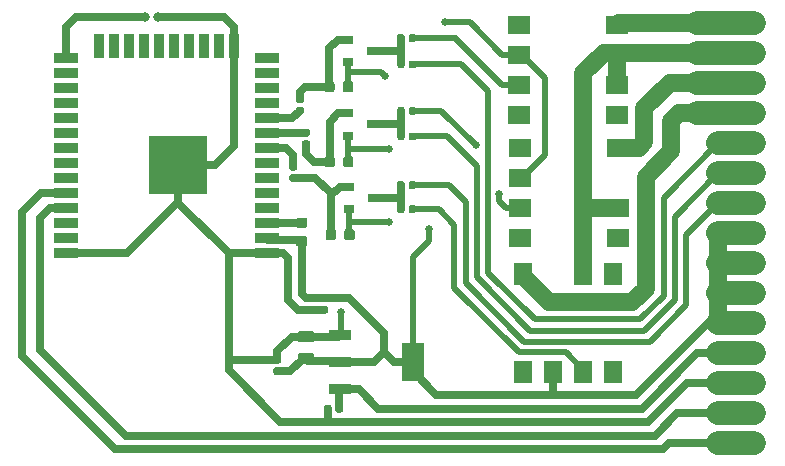
<source format=gbr>
G04 #@! TF.GenerationSoftware,KiCad,Pcbnew,(5.1.5)-3*
G04 #@! TF.CreationDate,2020-04-30T10:37:25-04:00*
G04 #@! TF.ProjectId,Smart Outlet Updated,536d6172-7420-44f7-9574-6c6574205570,rev?*
G04 #@! TF.SameCoordinates,PX4ed8d08PY6a57250*
G04 #@! TF.FileFunction,Copper,L1,Top*
G04 #@! TF.FilePolarity,Positive*
%FSLAX46Y46*%
G04 Gerber Fmt 4.6, Leading zero omitted, Abs format (unit mm)*
G04 Created by KiCad (PCBNEW (5.1.5)-3) date 2020-04-30 10:37:25*
%MOMM*%
%LPD*%
G04 APERTURE LIST*
%ADD10R,0.900000X0.800000*%
%ADD11R,1.900000X1.500000*%
%ADD12R,1.500000X1.900000*%
%ADD13C,0.100000*%
%ADD14R,5.000000X5.000000*%
%ADD15R,2.000000X0.900000*%
%ADD16R,0.900000X2.000000*%
%ADD17R,1.860000X0.900000*%
%ADD18R,1.860000X3.190000*%
%ADD19C,0.800000*%
%ADD20C,0.635000*%
%ADD21C,0.635000*%
%ADD22C,2.000000*%
%ADD23C,0.508000*%
%ADD24C,1.524000*%
G04 APERTURE END LIST*
D10*
X29210000Y35936000D03*
X29210000Y34036000D03*
X31210000Y34986000D03*
X31305500Y22542500D03*
X29305500Y21592500D03*
X29305500Y23492500D03*
D11*
X43738800Y26771600D03*
X43738800Y24231600D03*
X43738800Y21691600D03*
X43738800Y19151600D03*
X52038800Y19151600D03*
X52038800Y21691600D03*
X52038800Y26771600D03*
X43729000Y37185600D03*
X43729000Y34645600D03*
X43729000Y32105600D03*
X43729000Y29565600D03*
X52029000Y29565600D03*
X52029000Y32105600D03*
X52029000Y37185600D03*
D12*
X44069000Y7788000D03*
X46609000Y7788000D03*
X49149000Y7788000D03*
X51689000Y7788000D03*
X51689000Y16088000D03*
X49149000Y16088000D03*
X44069000Y16088000D03*
G04 #@! TA.AperFunction,SMDPad,CuDef*
D13*
G36*
X33839958Y21909290D02*
G01*
X33854276Y21907166D01*
X33868317Y21903649D01*
X33881946Y21898772D01*
X33895031Y21892583D01*
X33907447Y21885142D01*
X33919073Y21876519D01*
X33929798Y21866798D01*
X33939519Y21856073D01*
X33948142Y21844447D01*
X33955583Y21832031D01*
X33961772Y21818946D01*
X33966649Y21805317D01*
X33970166Y21791276D01*
X33972290Y21776958D01*
X33973000Y21762500D01*
X33973000Y21417500D01*
X33972290Y21403042D01*
X33970166Y21388724D01*
X33966649Y21374683D01*
X33961772Y21361054D01*
X33955583Y21347969D01*
X33948142Y21335553D01*
X33939519Y21323927D01*
X33929798Y21313202D01*
X33919073Y21303481D01*
X33907447Y21294858D01*
X33895031Y21287417D01*
X33881946Y21281228D01*
X33868317Y21276351D01*
X33854276Y21272834D01*
X33839958Y21270710D01*
X33825500Y21270000D01*
X33530500Y21270000D01*
X33516042Y21270710D01*
X33501724Y21272834D01*
X33487683Y21276351D01*
X33474054Y21281228D01*
X33460969Y21287417D01*
X33448553Y21294858D01*
X33436927Y21303481D01*
X33426202Y21313202D01*
X33416481Y21323927D01*
X33407858Y21335553D01*
X33400417Y21347969D01*
X33394228Y21361054D01*
X33389351Y21374683D01*
X33385834Y21388724D01*
X33383710Y21403042D01*
X33383000Y21417500D01*
X33383000Y21762500D01*
X33383710Y21776958D01*
X33385834Y21791276D01*
X33389351Y21805317D01*
X33394228Y21818946D01*
X33400417Y21832031D01*
X33407858Y21844447D01*
X33416481Y21856073D01*
X33426202Y21866798D01*
X33436927Y21876519D01*
X33448553Y21885142D01*
X33460969Y21892583D01*
X33474054Y21898772D01*
X33487683Y21903649D01*
X33501724Y21907166D01*
X33516042Y21909290D01*
X33530500Y21910000D01*
X33825500Y21910000D01*
X33839958Y21909290D01*
G37*
G04 #@! TD.AperFunction*
G04 #@! TA.AperFunction,SMDPad,CuDef*
G36*
X34809958Y21909290D02*
G01*
X34824276Y21907166D01*
X34838317Y21903649D01*
X34851946Y21898772D01*
X34865031Y21892583D01*
X34877447Y21885142D01*
X34889073Y21876519D01*
X34899798Y21866798D01*
X34909519Y21856073D01*
X34918142Y21844447D01*
X34925583Y21832031D01*
X34931772Y21818946D01*
X34936649Y21805317D01*
X34940166Y21791276D01*
X34942290Y21776958D01*
X34943000Y21762500D01*
X34943000Y21417500D01*
X34942290Y21403042D01*
X34940166Y21388724D01*
X34936649Y21374683D01*
X34931772Y21361054D01*
X34925583Y21347969D01*
X34918142Y21335553D01*
X34909519Y21323927D01*
X34899798Y21313202D01*
X34889073Y21303481D01*
X34877447Y21294858D01*
X34865031Y21287417D01*
X34851946Y21281228D01*
X34838317Y21276351D01*
X34824276Y21272834D01*
X34809958Y21270710D01*
X34795500Y21270000D01*
X34500500Y21270000D01*
X34486042Y21270710D01*
X34471724Y21272834D01*
X34457683Y21276351D01*
X34444054Y21281228D01*
X34430969Y21287417D01*
X34418553Y21294858D01*
X34406927Y21303481D01*
X34396202Y21313202D01*
X34386481Y21323927D01*
X34377858Y21335553D01*
X34370417Y21347969D01*
X34364228Y21361054D01*
X34359351Y21374683D01*
X34355834Y21388724D01*
X34353710Y21403042D01*
X34353000Y21417500D01*
X34353000Y21762500D01*
X34353710Y21776958D01*
X34355834Y21791276D01*
X34359351Y21805317D01*
X34364228Y21818946D01*
X34370417Y21832031D01*
X34377858Y21844447D01*
X34386481Y21856073D01*
X34396202Y21866798D01*
X34406927Y21876519D01*
X34418553Y21885142D01*
X34430969Y21892583D01*
X34444054Y21898772D01*
X34457683Y21903649D01*
X34471724Y21907166D01*
X34486042Y21909290D01*
X34500500Y21910000D01*
X34795500Y21910000D01*
X34809958Y21909290D01*
G37*
G04 #@! TD.AperFunction*
G04 #@! TA.AperFunction,SMDPad,CuDef*
G36*
X34832958Y34164790D02*
G01*
X34847276Y34162666D01*
X34861317Y34159149D01*
X34874946Y34154272D01*
X34888031Y34148083D01*
X34900447Y34140642D01*
X34912073Y34132019D01*
X34922798Y34122298D01*
X34932519Y34111573D01*
X34941142Y34099947D01*
X34948583Y34087531D01*
X34954772Y34074446D01*
X34959649Y34060817D01*
X34963166Y34046776D01*
X34965290Y34032458D01*
X34966000Y34018000D01*
X34966000Y33673000D01*
X34965290Y33658542D01*
X34963166Y33644224D01*
X34959649Y33630183D01*
X34954772Y33616554D01*
X34948583Y33603469D01*
X34941142Y33591053D01*
X34932519Y33579427D01*
X34922798Y33568702D01*
X34912073Y33558981D01*
X34900447Y33550358D01*
X34888031Y33542917D01*
X34874946Y33536728D01*
X34861317Y33531851D01*
X34847276Y33528334D01*
X34832958Y33526210D01*
X34818500Y33525500D01*
X34523500Y33525500D01*
X34509042Y33526210D01*
X34494724Y33528334D01*
X34480683Y33531851D01*
X34467054Y33536728D01*
X34453969Y33542917D01*
X34441553Y33550358D01*
X34429927Y33558981D01*
X34419202Y33568702D01*
X34409481Y33579427D01*
X34400858Y33591053D01*
X34393417Y33603469D01*
X34387228Y33616554D01*
X34382351Y33630183D01*
X34378834Y33644224D01*
X34376710Y33658542D01*
X34376000Y33673000D01*
X34376000Y34018000D01*
X34376710Y34032458D01*
X34378834Y34046776D01*
X34382351Y34060817D01*
X34387228Y34074446D01*
X34393417Y34087531D01*
X34400858Y34099947D01*
X34409481Y34111573D01*
X34419202Y34122298D01*
X34429927Y34132019D01*
X34441553Y34140642D01*
X34453969Y34148083D01*
X34467054Y34154272D01*
X34480683Y34159149D01*
X34494724Y34162666D01*
X34509042Y34164790D01*
X34523500Y34165500D01*
X34818500Y34165500D01*
X34832958Y34164790D01*
G37*
G04 #@! TD.AperFunction*
G04 #@! TA.AperFunction,SMDPad,CuDef*
G36*
X33862958Y34164790D02*
G01*
X33877276Y34162666D01*
X33891317Y34159149D01*
X33904946Y34154272D01*
X33918031Y34148083D01*
X33930447Y34140642D01*
X33942073Y34132019D01*
X33952798Y34122298D01*
X33962519Y34111573D01*
X33971142Y34099947D01*
X33978583Y34087531D01*
X33984772Y34074446D01*
X33989649Y34060817D01*
X33993166Y34046776D01*
X33995290Y34032458D01*
X33996000Y34018000D01*
X33996000Y33673000D01*
X33995290Y33658542D01*
X33993166Y33644224D01*
X33989649Y33630183D01*
X33984772Y33616554D01*
X33978583Y33603469D01*
X33971142Y33591053D01*
X33962519Y33579427D01*
X33952798Y33568702D01*
X33942073Y33558981D01*
X33930447Y33550358D01*
X33918031Y33542917D01*
X33904946Y33536728D01*
X33891317Y33531851D01*
X33877276Y33528334D01*
X33862958Y33526210D01*
X33848500Y33525500D01*
X33553500Y33525500D01*
X33539042Y33526210D01*
X33524724Y33528334D01*
X33510683Y33531851D01*
X33497054Y33536728D01*
X33483969Y33542917D01*
X33471553Y33550358D01*
X33459927Y33558981D01*
X33449202Y33568702D01*
X33439481Y33579427D01*
X33430858Y33591053D01*
X33423417Y33603469D01*
X33417228Y33616554D01*
X33412351Y33630183D01*
X33408834Y33644224D01*
X33406710Y33658542D01*
X33406000Y33673000D01*
X33406000Y34018000D01*
X33406710Y34032458D01*
X33408834Y34046776D01*
X33412351Y34060817D01*
X33417228Y34074446D01*
X33423417Y34087531D01*
X33430858Y34099947D01*
X33439481Y34111573D01*
X33449202Y34122298D01*
X33459927Y34132019D01*
X33471553Y34140642D01*
X33483969Y34148083D01*
X33497054Y34154272D01*
X33510683Y34159149D01*
X33524724Y34162666D01*
X33539042Y34164790D01*
X33553500Y34165500D01*
X33848500Y34165500D01*
X33862958Y34164790D01*
G37*
G04 #@! TD.AperFunction*
D14*
X14843000Y25354000D03*
D15*
X22343000Y17854000D03*
X22343000Y19124000D03*
X22343000Y20394000D03*
X22343000Y21664000D03*
X22343000Y22934000D03*
X22343000Y24204000D03*
X22343000Y25474000D03*
X22343000Y26744000D03*
X22343000Y28014000D03*
X22343000Y29284000D03*
X22343000Y30554000D03*
X22343000Y31824000D03*
X22343000Y33094000D03*
X22343000Y34364000D03*
D16*
X19558000Y35364000D03*
X18288000Y35364000D03*
X17018000Y35364000D03*
X15748000Y35364000D03*
X14478000Y35364000D03*
X13208000Y35364000D03*
X11938000Y35364000D03*
X10668000Y35364000D03*
X9398000Y35364000D03*
X8128000Y35364000D03*
D15*
X5343000Y34364000D03*
X5343000Y33094000D03*
X5343000Y31824000D03*
X5343000Y30554000D03*
X5343000Y29284000D03*
X5343000Y28014000D03*
X5343000Y26744000D03*
X5343000Y25474000D03*
X5343000Y24204000D03*
X5343000Y22934000D03*
X5343000Y21664000D03*
X5343000Y20394000D03*
X5343000Y19124000D03*
X5343000Y17854000D03*
G04 #@! TA.AperFunction,SMDPad,CuDef*
D13*
G36*
X29577191Y19904947D02*
G01*
X29598426Y19901797D01*
X29619250Y19896581D01*
X29639462Y19889349D01*
X29658868Y19880170D01*
X29677281Y19869134D01*
X29694524Y19856346D01*
X29710430Y19841930D01*
X29724846Y19826024D01*
X29737634Y19808781D01*
X29748670Y19790368D01*
X29757849Y19770962D01*
X29765081Y19750750D01*
X29770297Y19729926D01*
X29773447Y19708691D01*
X29774500Y19687250D01*
X29774500Y19174750D01*
X29773447Y19153309D01*
X29770297Y19132074D01*
X29765081Y19111250D01*
X29757849Y19091038D01*
X29748670Y19071632D01*
X29737634Y19053219D01*
X29724846Y19035976D01*
X29710430Y19020070D01*
X29694524Y19005654D01*
X29677281Y18992866D01*
X29658868Y18981830D01*
X29639462Y18972651D01*
X29619250Y18965419D01*
X29598426Y18960203D01*
X29577191Y18957053D01*
X29555750Y18956000D01*
X29118250Y18956000D01*
X29096809Y18957053D01*
X29075574Y18960203D01*
X29054750Y18965419D01*
X29034538Y18972651D01*
X29015132Y18981830D01*
X28996719Y18992866D01*
X28979476Y19005654D01*
X28963570Y19020070D01*
X28949154Y19035976D01*
X28936366Y19053219D01*
X28925330Y19071632D01*
X28916151Y19091038D01*
X28908919Y19111250D01*
X28903703Y19132074D01*
X28900553Y19153309D01*
X28899500Y19174750D01*
X28899500Y19687250D01*
X28900553Y19708691D01*
X28903703Y19729926D01*
X28908919Y19750750D01*
X28916151Y19770962D01*
X28925330Y19790368D01*
X28936366Y19808781D01*
X28949154Y19826024D01*
X28963570Y19841930D01*
X28979476Y19856346D01*
X28996719Y19869134D01*
X29015132Y19880170D01*
X29034538Y19889349D01*
X29054750Y19896581D01*
X29075574Y19901797D01*
X29096809Y19904947D01*
X29118250Y19906000D01*
X29555750Y19906000D01*
X29577191Y19904947D01*
G37*
G04 #@! TD.AperFunction*
G04 #@! TA.AperFunction,SMDPad,CuDef*
G36*
X28002191Y19904947D02*
G01*
X28023426Y19901797D01*
X28044250Y19896581D01*
X28064462Y19889349D01*
X28083868Y19880170D01*
X28102281Y19869134D01*
X28119524Y19856346D01*
X28135430Y19841930D01*
X28149846Y19826024D01*
X28162634Y19808781D01*
X28173670Y19790368D01*
X28182849Y19770962D01*
X28190081Y19750750D01*
X28195297Y19729926D01*
X28198447Y19708691D01*
X28199500Y19687250D01*
X28199500Y19174750D01*
X28198447Y19153309D01*
X28195297Y19132074D01*
X28190081Y19111250D01*
X28182849Y19091038D01*
X28173670Y19071632D01*
X28162634Y19053219D01*
X28149846Y19035976D01*
X28135430Y19020070D01*
X28119524Y19005654D01*
X28102281Y18992866D01*
X28083868Y18981830D01*
X28064462Y18972651D01*
X28044250Y18965419D01*
X28023426Y18960203D01*
X28002191Y18957053D01*
X27980750Y18956000D01*
X27543250Y18956000D01*
X27521809Y18957053D01*
X27500574Y18960203D01*
X27479750Y18965419D01*
X27459538Y18972651D01*
X27440132Y18981830D01*
X27421719Y18992866D01*
X27404476Y19005654D01*
X27388570Y19020070D01*
X27374154Y19035976D01*
X27361366Y19053219D01*
X27350330Y19071632D01*
X27341151Y19091038D01*
X27333919Y19111250D01*
X27328703Y19132074D01*
X27325553Y19153309D01*
X27324500Y19174750D01*
X27324500Y19687250D01*
X27325553Y19708691D01*
X27328703Y19729926D01*
X27333919Y19750750D01*
X27341151Y19770962D01*
X27350330Y19790368D01*
X27361366Y19808781D01*
X27374154Y19826024D01*
X27388570Y19841930D01*
X27404476Y19856346D01*
X27421719Y19869134D01*
X27440132Y19880170D01*
X27459538Y19889349D01*
X27479750Y19896581D01*
X27500574Y19901797D01*
X27521809Y19904947D01*
X27543250Y19906000D01*
X27980750Y19906000D01*
X28002191Y19904947D01*
G37*
G04 #@! TD.AperFunction*
G04 #@! TA.AperFunction,SMDPad,CuDef*
G36*
X27875191Y32414447D02*
G01*
X27896426Y32411297D01*
X27917250Y32406081D01*
X27937462Y32398849D01*
X27956868Y32389670D01*
X27975281Y32378634D01*
X27992524Y32365846D01*
X28008430Y32351430D01*
X28022846Y32335524D01*
X28035634Y32318281D01*
X28046670Y32299868D01*
X28055849Y32280462D01*
X28063081Y32260250D01*
X28068297Y32239426D01*
X28071447Y32218191D01*
X28072500Y32196750D01*
X28072500Y31684250D01*
X28071447Y31662809D01*
X28068297Y31641574D01*
X28063081Y31620750D01*
X28055849Y31600538D01*
X28046670Y31581132D01*
X28035634Y31562719D01*
X28022846Y31545476D01*
X28008430Y31529570D01*
X27992524Y31515154D01*
X27975281Y31502366D01*
X27956868Y31491330D01*
X27937462Y31482151D01*
X27917250Y31474919D01*
X27896426Y31469703D01*
X27875191Y31466553D01*
X27853750Y31465500D01*
X27416250Y31465500D01*
X27394809Y31466553D01*
X27373574Y31469703D01*
X27352750Y31474919D01*
X27332538Y31482151D01*
X27313132Y31491330D01*
X27294719Y31502366D01*
X27277476Y31515154D01*
X27261570Y31529570D01*
X27247154Y31545476D01*
X27234366Y31562719D01*
X27223330Y31581132D01*
X27214151Y31600538D01*
X27206919Y31620750D01*
X27201703Y31641574D01*
X27198553Y31662809D01*
X27197500Y31684250D01*
X27197500Y32196750D01*
X27198553Y32218191D01*
X27201703Y32239426D01*
X27206919Y32260250D01*
X27214151Y32280462D01*
X27223330Y32299868D01*
X27234366Y32318281D01*
X27247154Y32335524D01*
X27261570Y32351430D01*
X27277476Y32365846D01*
X27294719Y32378634D01*
X27313132Y32389670D01*
X27332538Y32398849D01*
X27352750Y32406081D01*
X27373574Y32411297D01*
X27394809Y32414447D01*
X27416250Y32415500D01*
X27853750Y32415500D01*
X27875191Y32414447D01*
G37*
G04 #@! TD.AperFunction*
G04 #@! TA.AperFunction,SMDPad,CuDef*
G36*
X29450191Y32414447D02*
G01*
X29471426Y32411297D01*
X29492250Y32406081D01*
X29512462Y32398849D01*
X29531868Y32389670D01*
X29550281Y32378634D01*
X29567524Y32365846D01*
X29583430Y32351430D01*
X29597846Y32335524D01*
X29610634Y32318281D01*
X29621670Y32299868D01*
X29630849Y32280462D01*
X29638081Y32260250D01*
X29643297Y32239426D01*
X29646447Y32218191D01*
X29647500Y32196750D01*
X29647500Y31684250D01*
X29646447Y31662809D01*
X29643297Y31641574D01*
X29638081Y31620750D01*
X29630849Y31600538D01*
X29621670Y31581132D01*
X29610634Y31562719D01*
X29597846Y31545476D01*
X29583430Y31529570D01*
X29567524Y31515154D01*
X29550281Y31502366D01*
X29531868Y31491330D01*
X29512462Y31482151D01*
X29492250Y31474919D01*
X29471426Y31469703D01*
X29450191Y31466553D01*
X29428750Y31465500D01*
X28991250Y31465500D01*
X28969809Y31466553D01*
X28948574Y31469703D01*
X28927750Y31474919D01*
X28907538Y31482151D01*
X28888132Y31491330D01*
X28869719Y31502366D01*
X28852476Y31515154D01*
X28836570Y31529570D01*
X28822154Y31545476D01*
X28809366Y31562719D01*
X28798330Y31581132D01*
X28789151Y31600538D01*
X28781919Y31620750D01*
X28776703Y31641574D01*
X28773553Y31662809D01*
X28772500Y31684250D01*
X28772500Y32196750D01*
X28773553Y32218191D01*
X28776703Y32239426D01*
X28781919Y32260250D01*
X28789151Y32280462D01*
X28798330Y32299868D01*
X28809366Y32318281D01*
X28822154Y32335524D01*
X28836570Y32351430D01*
X28852476Y32365846D01*
X28869719Y32378634D01*
X28888132Y32389670D01*
X28907538Y32398849D01*
X28927750Y32406081D01*
X28948574Y32411297D01*
X28969809Y32414447D01*
X28991250Y32415500D01*
X29428750Y32415500D01*
X29450191Y32414447D01*
G37*
G04 #@! TD.AperFunction*
G04 #@! TA.AperFunction,SMDPad,CuDef*
G36*
X29475691Y26064447D02*
G01*
X29496926Y26061297D01*
X29517750Y26056081D01*
X29537962Y26048849D01*
X29557368Y26039670D01*
X29575781Y26028634D01*
X29593024Y26015846D01*
X29608930Y26001430D01*
X29623346Y25985524D01*
X29636134Y25968281D01*
X29647170Y25949868D01*
X29656349Y25930462D01*
X29663581Y25910250D01*
X29668797Y25889426D01*
X29671947Y25868191D01*
X29673000Y25846750D01*
X29673000Y25334250D01*
X29671947Y25312809D01*
X29668797Y25291574D01*
X29663581Y25270750D01*
X29656349Y25250538D01*
X29647170Y25231132D01*
X29636134Y25212719D01*
X29623346Y25195476D01*
X29608930Y25179570D01*
X29593024Y25165154D01*
X29575781Y25152366D01*
X29557368Y25141330D01*
X29537962Y25132151D01*
X29517750Y25124919D01*
X29496926Y25119703D01*
X29475691Y25116553D01*
X29454250Y25115500D01*
X29016750Y25115500D01*
X28995309Y25116553D01*
X28974074Y25119703D01*
X28953250Y25124919D01*
X28933038Y25132151D01*
X28913632Y25141330D01*
X28895219Y25152366D01*
X28877976Y25165154D01*
X28862070Y25179570D01*
X28847654Y25195476D01*
X28834866Y25212719D01*
X28823830Y25231132D01*
X28814651Y25250538D01*
X28807419Y25270750D01*
X28802203Y25291574D01*
X28799053Y25312809D01*
X28798000Y25334250D01*
X28798000Y25846750D01*
X28799053Y25868191D01*
X28802203Y25889426D01*
X28807419Y25910250D01*
X28814651Y25930462D01*
X28823830Y25949868D01*
X28834866Y25968281D01*
X28847654Y25985524D01*
X28862070Y26001430D01*
X28877976Y26015846D01*
X28895219Y26028634D01*
X28913632Y26039670D01*
X28933038Y26048849D01*
X28953250Y26056081D01*
X28974074Y26061297D01*
X28995309Y26064447D01*
X29016750Y26065500D01*
X29454250Y26065500D01*
X29475691Y26064447D01*
G37*
G04 #@! TD.AperFunction*
G04 #@! TA.AperFunction,SMDPad,CuDef*
G36*
X27900691Y26064447D02*
G01*
X27921926Y26061297D01*
X27942750Y26056081D01*
X27962962Y26048849D01*
X27982368Y26039670D01*
X28000781Y26028634D01*
X28018024Y26015846D01*
X28033930Y26001430D01*
X28048346Y25985524D01*
X28061134Y25968281D01*
X28072170Y25949868D01*
X28081349Y25930462D01*
X28088581Y25910250D01*
X28093797Y25889426D01*
X28096947Y25868191D01*
X28098000Y25846750D01*
X28098000Y25334250D01*
X28096947Y25312809D01*
X28093797Y25291574D01*
X28088581Y25270750D01*
X28081349Y25250538D01*
X28072170Y25231132D01*
X28061134Y25212719D01*
X28048346Y25195476D01*
X28033930Y25179570D01*
X28018024Y25165154D01*
X28000781Y25152366D01*
X27982368Y25141330D01*
X27962962Y25132151D01*
X27942750Y25124919D01*
X27921926Y25119703D01*
X27900691Y25116553D01*
X27879250Y25115500D01*
X27441750Y25115500D01*
X27420309Y25116553D01*
X27399074Y25119703D01*
X27378250Y25124919D01*
X27358038Y25132151D01*
X27338632Y25141330D01*
X27320219Y25152366D01*
X27302976Y25165154D01*
X27287070Y25179570D01*
X27272654Y25195476D01*
X27259866Y25212719D01*
X27248830Y25231132D01*
X27239651Y25250538D01*
X27232419Y25270750D01*
X27227203Y25291574D01*
X27224053Y25312809D01*
X27223000Y25334250D01*
X27223000Y25846750D01*
X27224053Y25868191D01*
X27227203Y25889426D01*
X27232419Y25910250D01*
X27239651Y25930462D01*
X27248830Y25949868D01*
X27259866Y25968281D01*
X27272654Y25985524D01*
X27287070Y26001430D01*
X27302976Y26015846D01*
X27320219Y26028634D01*
X27338632Y26039670D01*
X27358038Y26048849D01*
X27378250Y26056081D01*
X27399074Y26061297D01*
X27420309Y26064447D01*
X27441750Y26065500D01*
X27879250Y26065500D01*
X27900691Y26064447D01*
G37*
G04 #@! TD.AperFunction*
G04 #@! TA.AperFunction,SMDPad,CuDef*
G36*
X25840958Y28361290D02*
G01*
X25855276Y28359166D01*
X25869317Y28355649D01*
X25882946Y28350772D01*
X25896031Y28344583D01*
X25908447Y28337142D01*
X25920073Y28328519D01*
X25930798Y28318798D01*
X25940519Y28308073D01*
X25949142Y28296447D01*
X25956583Y28284031D01*
X25962772Y28270946D01*
X25967649Y28257317D01*
X25971166Y28243276D01*
X25973290Y28228958D01*
X25974000Y28214500D01*
X25974000Y27919500D01*
X25973290Y27905042D01*
X25971166Y27890724D01*
X25967649Y27876683D01*
X25962772Y27863054D01*
X25956583Y27849969D01*
X25949142Y27837553D01*
X25940519Y27825927D01*
X25930798Y27815202D01*
X25920073Y27805481D01*
X25908447Y27796858D01*
X25896031Y27789417D01*
X25882946Y27783228D01*
X25869317Y27778351D01*
X25855276Y27774834D01*
X25840958Y27772710D01*
X25826500Y27772000D01*
X25481500Y27772000D01*
X25467042Y27772710D01*
X25452724Y27774834D01*
X25438683Y27778351D01*
X25425054Y27783228D01*
X25411969Y27789417D01*
X25399553Y27796858D01*
X25387927Y27805481D01*
X25377202Y27815202D01*
X25367481Y27825927D01*
X25358858Y27837553D01*
X25351417Y27849969D01*
X25345228Y27863054D01*
X25340351Y27876683D01*
X25336834Y27890724D01*
X25334710Y27905042D01*
X25334000Y27919500D01*
X25334000Y28214500D01*
X25334710Y28228958D01*
X25336834Y28243276D01*
X25340351Y28257317D01*
X25345228Y28270946D01*
X25351417Y28284031D01*
X25358858Y28296447D01*
X25367481Y28308073D01*
X25377202Y28318798D01*
X25387927Y28328519D01*
X25399553Y28337142D01*
X25411969Y28344583D01*
X25425054Y28350772D01*
X25438683Y28355649D01*
X25452724Y28359166D01*
X25467042Y28361290D01*
X25481500Y28362000D01*
X25826500Y28362000D01*
X25840958Y28361290D01*
G37*
G04 #@! TD.AperFunction*
G04 #@! TA.AperFunction,SMDPad,CuDef*
G36*
X25840958Y27391290D02*
G01*
X25855276Y27389166D01*
X25869317Y27385649D01*
X25882946Y27380772D01*
X25896031Y27374583D01*
X25908447Y27367142D01*
X25920073Y27358519D01*
X25930798Y27348798D01*
X25940519Y27338073D01*
X25949142Y27326447D01*
X25956583Y27314031D01*
X25962772Y27300946D01*
X25967649Y27287317D01*
X25971166Y27273276D01*
X25973290Y27258958D01*
X25974000Y27244500D01*
X25974000Y26949500D01*
X25973290Y26935042D01*
X25971166Y26920724D01*
X25967649Y26906683D01*
X25962772Y26893054D01*
X25956583Y26879969D01*
X25949142Y26867553D01*
X25940519Y26855927D01*
X25930798Y26845202D01*
X25920073Y26835481D01*
X25908447Y26826858D01*
X25896031Y26819417D01*
X25882946Y26813228D01*
X25869317Y26808351D01*
X25855276Y26804834D01*
X25840958Y26802710D01*
X25826500Y26802000D01*
X25481500Y26802000D01*
X25467042Y26802710D01*
X25452724Y26804834D01*
X25438683Y26808351D01*
X25425054Y26813228D01*
X25411969Y26819417D01*
X25399553Y26826858D01*
X25387927Y26835481D01*
X25377202Y26845202D01*
X25367481Y26855927D01*
X25358858Y26867553D01*
X25351417Y26879969D01*
X25345228Y26893054D01*
X25340351Y26906683D01*
X25336834Y26920724D01*
X25334710Y26935042D01*
X25334000Y26949500D01*
X25334000Y27244500D01*
X25334710Y27258958D01*
X25336834Y27273276D01*
X25340351Y27287317D01*
X25345228Y27300946D01*
X25351417Y27314031D01*
X25358858Y27326447D01*
X25367481Y27338073D01*
X25377202Y27348798D01*
X25387927Y27358519D01*
X25399553Y27367142D01*
X25411969Y27374583D01*
X25425054Y27380772D01*
X25438683Y27385649D01*
X25452724Y27389166D01*
X25467042Y27391290D01*
X25481500Y27392000D01*
X25826500Y27392000D01*
X25840958Y27391290D01*
G37*
G04 #@! TD.AperFunction*
G04 #@! TA.AperFunction,SMDPad,CuDef*
G36*
X24761458Y25480790D02*
G01*
X24775776Y25478666D01*
X24789817Y25475149D01*
X24803446Y25470272D01*
X24816531Y25464083D01*
X24828947Y25456642D01*
X24840573Y25448019D01*
X24851298Y25438298D01*
X24861019Y25427573D01*
X24869642Y25415947D01*
X24877083Y25403531D01*
X24883272Y25390446D01*
X24888149Y25376817D01*
X24891666Y25362776D01*
X24893790Y25348458D01*
X24894500Y25334000D01*
X24894500Y25039000D01*
X24893790Y25024542D01*
X24891666Y25010224D01*
X24888149Y24996183D01*
X24883272Y24982554D01*
X24877083Y24969469D01*
X24869642Y24957053D01*
X24861019Y24945427D01*
X24851298Y24934702D01*
X24840573Y24924981D01*
X24828947Y24916358D01*
X24816531Y24908917D01*
X24803446Y24902728D01*
X24789817Y24897851D01*
X24775776Y24894334D01*
X24761458Y24892210D01*
X24747000Y24891500D01*
X24402000Y24891500D01*
X24387542Y24892210D01*
X24373224Y24894334D01*
X24359183Y24897851D01*
X24345554Y24902728D01*
X24332469Y24908917D01*
X24320053Y24916358D01*
X24308427Y24924981D01*
X24297702Y24934702D01*
X24287981Y24945427D01*
X24279358Y24957053D01*
X24271917Y24969469D01*
X24265728Y24982554D01*
X24260851Y24996183D01*
X24257334Y25010224D01*
X24255210Y25024542D01*
X24254500Y25039000D01*
X24254500Y25334000D01*
X24255210Y25348458D01*
X24257334Y25362776D01*
X24260851Y25376817D01*
X24265728Y25390446D01*
X24271917Y25403531D01*
X24279358Y25415947D01*
X24287981Y25427573D01*
X24297702Y25438298D01*
X24308427Y25448019D01*
X24320053Y25456642D01*
X24332469Y25464083D01*
X24345554Y25470272D01*
X24359183Y25475149D01*
X24373224Y25478666D01*
X24387542Y25480790D01*
X24402000Y25481500D01*
X24747000Y25481500D01*
X24761458Y25480790D01*
G37*
G04 #@! TD.AperFunction*
G04 #@! TA.AperFunction,SMDPad,CuDef*
G36*
X24761458Y24510790D02*
G01*
X24775776Y24508666D01*
X24789817Y24505149D01*
X24803446Y24500272D01*
X24816531Y24494083D01*
X24828947Y24486642D01*
X24840573Y24478019D01*
X24851298Y24468298D01*
X24861019Y24457573D01*
X24869642Y24445947D01*
X24877083Y24433531D01*
X24883272Y24420446D01*
X24888149Y24406817D01*
X24891666Y24392776D01*
X24893790Y24378458D01*
X24894500Y24364000D01*
X24894500Y24069000D01*
X24893790Y24054542D01*
X24891666Y24040224D01*
X24888149Y24026183D01*
X24883272Y24012554D01*
X24877083Y23999469D01*
X24869642Y23987053D01*
X24861019Y23975427D01*
X24851298Y23964702D01*
X24840573Y23954981D01*
X24828947Y23946358D01*
X24816531Y23938917D01*
X24803446Y23932728D01*
X24789817Y23927851D01*
X24775776Y23924334D01*
X24761458Y23922210D01*
X24747000Y23921500D01*
X24402000Y23921500D01*
X24387542Y23922210D01*
X24373224Y23924334D01*
X24359183Y23927851D01*
X24345554Y23932728D01*
X24332469Y23938917D01*
X24320053Y23946358D01*
X24308427Y23954981D01*
X24297702Y23964702D01*
X24287981Y23975427D01*
X24279358Y23987053D01*
X24271917Y23999469D01*
X24265728Y24012554D01*
X24260851Y24026183D01*
X24257334Y24040224D01*
X24255210Y24054542D01*
X24254500Y24069000D01*
X24254500Y24364000D01*
X24255210Y24378458D01*
X24257334Y24392776D01*
X24260851Y24406817D01*
X24265728Y24420446D01*
X24271917Y24433531D01*
X24279358Y24445947D01*
X24287981Y24457573D01*
X24297702Y24468298D01*
X24308427Y24478019D01*
X24320053Y24486642D01*
X24332469Y24494083D01*
X24345554Y24500272D01*
X24359183Y24505149D01*
X24373224Y24508666D01*
X24387542Y24510790D01*
X24402000Y24511500D01*
X24747000Y24511500D01*
X24761458Y24510790D01*
G37*
G04 #@! TD.AperFunction*
G04 #@! TA.AperFunction,SMDPad,CuDef*
G36*
X25332958Y30225790D02*
G01*
X25347276Y30223666D01*
X25361317Y30220149D01*
X25374946Y30215272D01*
X25388031Y30209083D01*
X25400447Y30201642D01*
X25412073Y30193019D01*
X25422798Y30183298D01*
X25432519Y30172573D01*
X25441142Y30160947D01*
X25448583Y30148531D01*
X25454772Y30135446D01*
X25459649Y30121817D01*
X25463166Y30107776D01*
X25465290Y30093458D01*
X25466000Y30079000D01*
X25466000Y29784000D01*
X25465290Y29769542D01*
X25463166Y29755224D01*
X25459649Y29741183D01*
X25454772Y29727554D01*
X25448583Y29714469D01*
X25441142Y29702053D01*
X25432519Y29690427D01*
X25422798Y29679702D01*
X25412073Y29669981D01*
X25400447Y29661358D01*
X25388031Y29653917D01*
X25374946Y29647728D01*
X25361317Y29642851D01*
X25347276Y29639334D01*
X25332958Y29637210D01*
X25318500Y29636500D01*
X24973500Y29636500D01*
X24959042Y29637210D01*
X24944724Y29639334D01*
X24930683Y29642851D01*
X24917054Y29647728D01*
X24903969Y29653917D01*
X24891553Y29661358D01*
X24879927Y29669981D01*
X24869202Y29679702D01*
X24859481Y29690427D01*
X24850858Y29702053D01*
X24843417Y29714469D01*
X24837228Y29727554D01*
X24832351Y29741183D01*
X24828834Y29755224D01*
X24826710Y29769542D01*
X24826000Y29784000D01*
X24826000Y30079000D01*
X24826710Y30093458D01*
X24828834Y30107776D01*
X24832351Y30121817D01*
X24837228Y30135446D01*
X24843417Y30148531D01*
X24850858Y30160947D01*
X24859481Y30172573D01*
X24869202Y30183298D01*
X24879927Y30193019D01*
X24891553Y30201642D01*
X24903969Y30209083D01*
X24917054Y30215272D01*
X24930683Y30220149D01*
X24944724Y30223666D01*
X24959042Y30225790D01*
X24973500Y30226500D01*
X25318500Y30226500D01*
X25332958Y30225790D01*
G37*
G04 #@! TD.AperFunction*
G04 #@! TA.AperFunction,SMDPad,CuDef*
G36*
X25332958Y31195790D02*
G01*
X25347276Y31193666D01*
X25361317Y31190149D01*
X25374946Y31185272D01*
X25388031Y31179083D01*
X25400447Y31171642D01*
X25412073Y31163019D01*
X25422798Y31153298D01*
X25432519Y31142573D01*
X25441142Y31130947D01*
X25448583Y31118531D01*
X25454772Y31105446D01*
X25459649Y31091817D01*
X25463166Y31077776D01*
X25465290Y31063458D01*
X25466000Y31049000D01*
X25466000Y30754000D01*
X25465290Y30739542D01*
X25463166Y30725224D01*
X25459649Y30711183D01*
X25454772Y30697554D01*
X25448583Y30684469D01*
X25441142Y30672053D01*
X25432519Y30660427D01*
X25422798Y30649702D01*
X25412073Y30639981D01*
X25400447Y30631358D01*
X25388031Y30623917D01*
X25374946Y30617728D01*
X25361317Y30612851D01*
X25347276Y30609334D01*
X25332958Y30607210D01*
X25318500Y30606500D01*
X24973500Y30606500D01*
X24959042Y30607210D01*
X24944724Y30609334D01*
X24930683Y30612851D01*
X24917054Y30617728D01*
X24903969Y30623917D01*
X24891553Y30631358D01*
X24879927Y30639981D01*
X24869202Y30649702D01*
X24859481Y30660427D01*
X24850858Y30672053D01*
X24843417Y30684469D01*
X24837228Y30697554D01*
X24832351Y30711183D01*
X24828834Y30725224D01*
X24826710Y30739542D01*
X24826000Y30754000D01*
X24826000Y31049000D01*
X24826710Y31063458D01*
X24828834Y31077776D01*
X24832351Y31091817D01*
X24837228Y31105446D01*
X24843417Y31118531D01*
X24850858Y31130947D01*
X24859481Y31142573D01*
X24869202Y31153298D01*
X24879927Y31163019D01*
X24891553Y31171642D01*
X24903969Y31179083D01*
X24917054Y31185272D01*
X24930683Y31190149D01*
X24944724Y31193666D01*
X24959042Y31195790D01*
X24973500Y31196500D01*
X25318500Y31196500D01*
X25332958Y31195790D01*
G37*
G04 #@! TD.AperFunction*
G04 #@! TA.AperFunction,SMDPad,CuDef*
G36*
X27680458Y5018290D02*
G01*
X27694776Y5016166D01*
X27708817Y5012649D01*
X27722446Y5007772D01*
X27735531Y5001583D01*
X27747947Y4994142D01*
X27759573Y4985519D01*
X27770298Y4975798D01*
X27780019Y4965073D01*
X27788642Y4953447D01*
X27796083Y4941031D01*
X27802272Y4927946D01*
X27807149Y4914317D01*
X27810666Y4900276D01*
X27812790Y4885958D01*
X27813500Y4871500D01*
X27813500Y4526500D01*
X27812790Y4512042D01*
X27810666Y4497724D01*
X27807149Y4483683D01*
X27802272Y4470054D01*
X27796083Y4456969D01*
X27788642Y4444553D01*
X27780019Y4432927D01*
X27770298Y4422202D01*
X27759573Y4412481D01*
X27747947Y4403858D01*
X27735531Y4396417D01*
X27722446Y4390228D01*
X27708817Y4385351D01*
X27694776Y4381834D01*
X27680458Y4379710D01*
X27666000Y4379000D01*
X27371000Y4379000D01*
X27356542Y4379710D01*
X27342224Y4381834D01*
X27328183Y4385351D01*
X27314554Y4390228D01*
X27301469Y4396417D01*
X27289053Y4403858D01*
X27277427Y4412481D01*
X27266702Y4422202D01*
X27256981Y4432927D01*
X27248358Y4444553D01*
X27240917Y4456969D01*
X27234728Y4470054D01*
X27229851Y4483683D01*
X27226334Y4497724D01*
X27224210Y4512042D01*
X27223500Y4526500D01*
X27223500Y4871500D01*
X27224210Y4885958D01*
X27226334Y4900276D01*
X27229851Y4914317D01*
X27234728Y4927946D01*
X27240917Y4941031D01*
X27248358Y4953447D01*
X27256981Y4965073D01*
X27266702Y4975798D01*
X27277427Y4985519D01*
X27289053Y4994142D01*
X27301469Y5001583D01*
X27314554Y5007772D01*
X27328183Y5012649D01*
X27342224Y5016166D01*
X27356542Y5018290D01*
X27371000Y5019000D01*
X27666000Y5019000D01*
X27680458Y5018290D01*
G37*
G04 #@! TD.AperFunction*
G04 #@! TA.AperFunction,SMDPad,CuDef*
G36*
X28650458Y5018290D02*
G01*
X28664776Y5016166D01*
X28678817Y5012649D01*
X28692446Y5007772D01*
X28705531Y5001583D01*
X28717947Y4994142D01*
X28729573Y4985519D01*
X28740298Y4975798D01*
X28750019Y4965073D01*
X28758642Y4953447D01*
X28766083Y4941031D01*
X28772272Y4927946D01*
X28777149Y4914317D01*
X28780666Y4900276D01*
X28782790Y4885958D01*
X28783500Y4871500D01*
X28783500Y4526500D01*
X28782790Y4512042D01*
X28780666Y4497724D01*
X28777149Y4483683D01*
X28772272Y4470054D01*
X28766083Y4456969D01*
X28758642Y4444553D01*
X28750019Y4432927D01*
X28740298Y4422202D01*
X28729573Y4412481D01*
X28717947Y4403858D01*
X28705531Y4396417D01*
X28692446Y4390228D01*
X28678817Y4385351D01*
X28664776Y4381834D01*
X28650458Y4379710D01*
X28636000Y4379000D01*
X28341000Y4379000D01*
X28326542Y4379710D01*
X28312224Y4381834D01*
X28298183Y4385351D01*
X28284554Y4390228D01*
X28271469Y4396417D01*
X28259053Y4403858D01*
X28247427Y4412481D01*
X28236702Y4422202D01*
X28226981Y4432927D01*
X28218358Y4444553D01*
X28210917Y4456969D01*
X28204728Y4470054D01*
X28199851Y4483683D01*
X28196334Y4497724D01*
X28194210Y4512042D01*
X28193500Y4526500D01*
X28193500Y4871500D01*
X28194210Y4885958D01*
X28196334Y4900276D01*
X28199851Y4914317D01*
X28204728Y4927946D01*
X28210917Y4941031D01*
X28218358Y4953447D01*
X28226981Y4965073D01*
X28236702Y4975798D01*
X28247427Y4985519D01*
X28259053Y4994142D01*
X28271469Y5001583D01*
X28284554Y5007772D01*
X28298183Y5012649D01*
X28312224Y5016166D01*
X28326542Y5018290D01*
X28341000Y5019000D01*
X28636000Y5019000D01*
X28650458Y5018290D01*
G37*
G04 #@! TD.AperFunction*
D17*
X28548000Y10936000D03*
X28548000Y8636000D03*
X28548000Y6336000D03*
D18*
X34698000Y8636000D03*
G04 #@! TA.AperFunction,SMDPad,CuDef*
D13*
G36*
X25866358Y14345290D02*
G01*
X25880676Y14343166D01*
X25894717Y14339649D01*
X25908346Y14334772D01*
X25921431Y14328583D01*
X25933847Y14321142D01*
X25945473Y14312519D01*
X25956198Y14302798D01*
X25965919Y14292073D01*
X25974542Y14280447D01*
X25981983Y14268031D01*
X25988172Y14254946D01*
X25993049Y14241317D01*
X25996566Y14227276D01*
X25998690Y14212958D01*
X25999400Y14198500D01*
X25999400Y13903500D01*
X25998690Y13889042D01*
X25996566Y13874724D01*
X25993049Y13860683D01*
X25988172Y13847054D01*
X25981983Y13833969D01*
X25974542Y13821553D01*
X25965919Y13809927D01*
X25956198Y13799202D01*
X25945473Y13789481D01*
X25933847Y13780858D01*
X25921431Y13773417D01*
X25908346Y13767228D01*
X25894717Y13762351D01*
X25880676Y13758834D01*
X25866358Y13756710D01*
X25851900Y13756000D01*
X25506900Y13756000D01*
X25492442Y13756710D01*
X25478124Y13758834D01*
X25464083Y13762351D01*
X25450454Y13767228D01*
X25437369Y13773417D01*
X25424953Y13780858D01*
X25413327Y13789481D01*
X25402602Y13799202D01*
X25392881Y13809927D01*
X25384258Y13821553D01*
X25376817Y13833969D01*
X25370628Y13847054D01*
X25365751Y13860683D01*
X25362234Y13874724D01*
X25360110Y13889042D01*
X25359400Y13903500D01*
X25359400Y14198500D01*
X25360110Y14212958D01*
X25362234Y14227276D01*
X25365751Y14241317D01*
X25370628Y14254946D01*
X25376817Y14268031D01*
X25384258Y14280447D01*
X25392881Y14292073D01*
X25402602Y14302798D01*
X25413327Y14312519D01*
X25424953Y14321142D01*
X25437369Y14328583D01*
X25450454Y14334772D01*
X25464083Y14339649D01*
X25478124Y14343166D01*
X25492442Y14345290D01*
X25506900Y14346000D01*
X25851900Y14346000D01*
X25866358Y14345290D01*
G37*
G04 #@! TD.AperFunction*
G04 #@! TA.AperFunction,SMDPad,CuDef*
G36*
X25866358Y13375290D02*
G01*
X25880676Y13373166D01*
X25894717Y13369649D01*
X25908346Y13364772D01*
X25921431Y13358583D01*
X25933847Y13351142D01*
X25945473Y13342519D01*
X25956198Y13332798D01*
X25965919Y13322073D01*
X25974542Y13310447D01*
X25981983Y13298031D01*
X25988172Y13284946D01*
X25993049Y13271317D01*
X25996566Y13257276D01*
X25998690Y13242958D01*
X25999400Y13228500D01*
X25999400Y12933500D01*
X25998690Y12919042D01*
X25996566Y12904724D01*
X25993049Y12890683D01*
X25988172Y12877054D01*
X25981983Y12863969D01*
X25974542Y12851553D01*
X25965919Y12839927D01*
X25956198Y12829202D01*
X25945473Y12819481D01*
X25933847Y12810858D01*
X25921431Y12803417D01*
X25908346Y12797228D01*
X25894717Y12792351D01*
X25880676Y12788834D01*
X25866358Y12786710D01*
X25851900Y12786000D01*
X25506900Y12786000D01*
X25492442Y12786710D01*
X25478124Y12788834D01*
X25464083Y12792351D01*
X25450454Y12797228D01*
X25437369Y12803417D01*
X25424953Y12810858D01*
X25413327Y12819481D01*
X25402602Y12829202D01*
X25392881Y12839927D01*
X25384258Y12851553D01*
X25376817Y12863969D01*
X25370628Y12877054D01*
X25365751Y12890683D01*
X25362234Y12904724D01*
X25360110Y12919042D01*
X25359400Y12933500D01*
X25359400Y13228500D01*
X25360110Y13242958D01*
X25362234Y13257276D01*
X25365751Y13271317D01*
X25370628Y13284946D01*
X25376817Y13298031D01*
X25384258Y13310447D01*
X25392881Y13322073D01*
X25402602Y13332798D01*
X25413327Y13342519D01*
X25424953Y13351142D01*
X25437369Y13358583D01*
X25450454Y13364772D01*
X25464083Y13369649D01*
X25478124Y13373166D01*
X25492442Y13375290D01*
X25506900Y13376000D01*
X25851900Y13376000D01*
X25866358Y13375290D01*
G37*
G04 #@! TD.AperFunction*
G04 #@! TA.AperFunction,SMDPad,CuDef*
G36*
X27390358Y13357790D02*
G01*
X27404676Y13355666D01*
X27418717Y13352149D01*
X27432346Y13347272D01*
X27445431Y13341083D01*
X27457847Y13333642D01*
X27469473Y13325019D01*
X27480198Y13315298D01*
X27489919Y13304573D01*
X27498542Y13292947D01*
X27505983Y13280531D01*
X27512172Y13267446D01*
X27517049Y13253817D01*
X27520566Y13239776D01*
X27522690Y13225458D01*
X27523400Y13211000D01*
X27523400Y12916000D01*
X27522690Y12901542D01*
X27520566Y12887224D01*
X27517049Y12873183D01*
X27512172Y12859554D01*
X27505983Y12846469D01*
X27498542Y12834053D01*
X27489919Y12822427D01*
X27480198Y12811702D01*
X27469473Y12801981D01*
X27457847Y12793358D01*
X27445431Y12785917D01*
X27432346Y12779728D01*
X27418717Y12774851D01*
X27404676Y12771334D01*
X27390358Y12769210D01*
X27375900Y12768500D01*
X27030900Y12768500D01*
X27016442Y12769210D01*
X27002124Y12771334D01*
X26988083Y12774851D01*
X26974454Y12779728D01*
X26961369Y12785917D01*
X26948953Y12793358D01*
X26937327Y12801981D01*
X26926602Y12811702D01*
X26916881Y12822427D01*
X26908258Y12834053D01*
X26900817Y12846469D01*
X26894628Y12859554D01*
X26889751Y12873183D01*
X26886234Y12887224D01*
X26884110Y12901542D01*
X26883400Y12916000D01*
X26883400Y13211000D01*
X26884110Y13225458D01*
X26886234Y13239776D01*
X26889751Y13253817D01*
X26894628Y13267446D01*
X26900817Y13280531D01*
X26908258Y13292947D01*
X26916881Y13304573D01*
X26926602Y13315298D01*
X26937327Y13325019D01*
X26948953Y13333642D01*
X26961369Y13341083D01*
X26974454Y13347272D01*
X26988083Y13352149D01*
X27002124Y13355666D01*
X27016442Y13357790D01*
X27030900Y13358500D01*
X27375900Y13358500D01*
X27390358Y13357790D01*
G37*
G04 #@! TD.AperFunction*
G04 #@! TA.AperFunction,SMDPad,CuDef*
G36*
X27390358Y14327790D02*
G01*
X27404676Y14325666D01*
X27418717Y14322149D01*
X27432346Y14317272D01*
X27445431Y14311083D01*
X27457847Y14303642D01*
X27469473Y14295019D01*
X27480198Y14285298D01*
X27489919Y14274573D01*
X27498542Y14262947D01*
X27505983Y14250531D01*
X27512172Y14237446D01*
X27517049Y14223817D01*
X27520566Y14209776D01*
X27522690Y14195458D01*
X27523400Y14181000D01*
X27523400Y13886000D01*
X27522690Y13871542D01*
X27520566Y13857224D01*
X27517049Y13843183D01*
X27512172Y13829554D01*
X27505983Y13816469D01*
X27498542Y13804053D01*
X27489919Y13792427D01*
X27480198Y13781702D01*
X27469473Y13771981D01*
X27457847Y13763358D01*
X27445431Y13755917D01*
X27432346Y13749728D01*
X27418717Y13744851D01*
X27404676Y13741334D01*
X27390358Y13739210D01*
X27375900Y13738500D01*
X27030900Y13738500D01*
X27016442Y13739210D01*
X27002124Y13741334D01*
X26988083Y13744851D01*
X26974454Y13749728D01*
X26961369Y13755917D01*
X26948953Y13763358D01*
X26937327Y13771981D01*
X26926602Y13781702D01*
X26916881Y13792427D01*
X26908258Y13804053D01*
X26900817Y13816469D01*
X26894628Y13829554D01*
X26889751Y13843183D01*
X26886234Y13857224D01*
X26884110Y13871542D01*
X26883400Y13886000D01*
X26883400Y14181000D01*
X26884110Y14195458D01*
X26886234Y14209776D01*
X26889751Y14223817D01*
X26894628Y14237446D01*
X26900817Y14250531D01*
X26908258Y14262947D01*
X26916881Y14274573D01*
X26926602Y14285298D01*
X26937327Y14295019D01*
X26948953Y14303642D01*
X26961369Y14311083D01*
X26974454Y14317272D01*
X26988083Y14322149D01*
X27002124Y14325666D01*
X27016442Y14327790D01*
X27030900Y14328500D01*
X27375900Y14328500D01*
X27390358Y14327790D01*
G37*
G04 #@! TD.AperFunction*
G04 #@! TA.AperFunction,SMDPad,CuDef*
G36*
X26134142Y9406326D02*
G01*
X26157803Y9402816D01*
X26181007Y9397004D01*
X26203529Y9388946D01*
X26225153Y9378718D01*
X26245670Y9366421D01*
X26264883Y9352171D01*
X26282607Y9336107D01*
X26298671Y9318383D01*
X26312921Y9299170D01*
X26325218Y9278653D01*
X26335446Y9257029D01*
X26343504Y9234507D01*
X26349316Y9211303D01*
X26352826Y9187642D01*
X26354000Y9163750D01*
X26354000Y8676250D01*
X26352826Y8652358D01*
X26349316Y8628697D01*
X26343504Y8605493D01*
X26335446Y8582971D01*
X26325218Y8561347D01*
X26312921Y8540830D01*
X26298671Y8521617D01*
X26282607Y8503893D01*
X26264883Y8487829D01*
X26245670Y8473579D01*
X26225153Y8461282D01*
X26203529Y8451054D01*
X26181007Y8442996D01*
X26157803Y8437184D01*
X26134142Y8433674D01*
X26110250Y8432500D01*
X25197750Y8432500D01*
X25173858Y8433674D01*
X25150197Y8437184D01*
X25126993Y8442996D01*
X25104471Y8451054D01*
X25082847Y8461282D01*
X25062330Y8473579D01*
X25043117Y8487829D01*
X25025393Y8503893D01*
X25009329Y8521617D01*
X24995079Y8540830D01*
X24982782Y8561347D01*
X24972554Y8582971D01*
X24964496Y8605493D01*
X24958684Y8628697D01*
X24955174Y8652358D01*
X24954000Y8676250D01*
X24954000Y9163750D01*
X24955174Y9187642D01*
X24958684Y9211303D01*
X24964496Y9234507D01*
X24972554Y9257029D01*
X24982782Y9278653D01*
X24995079Y9299170D01*
X25009329Y9318383D01*
X25025393Y9336107D01*
X25043117Y9352171D01*
X25062330Y9366421D01*
X25082847Y9378718D01*
X25104471Y9388946D01*
X25126993Y9397004D01*
X25150197Y9402816D01*
X25173858Y9406326D01*
X25197750Y9407500D01*
X26110250Y9407500D01*
X26134142Y9406326D01*
G37*
G04 #@! TD.AperFunction*
G04 #@! TA.AperFunction,SMDPad,CuDef*
G36*
X26134142Y11281326D02*
G01*
X26157803Y11277816D01*
X26181007Y11272004D01*
X26203529Y11263946D01*
X26225153Y11253718D01*
X26245670Y11241421D01*
X26264883Y11227171D01*
X26282607Y11211107D01*
X26298671Y11193383D01*
X26312921Y11174170D01*
X26325218Y11153653D01*
X26335446Y11132029D01*
X26343504Y11109507D01*
X26349316Y11086303D01*
X26352826Y11062642D01*
X26354000Y11038750D01*
X26354000Y10551250D01*
X26352826Y10527358D01*
X26349316Y10503697D01*
X26343504Y10480493D01*
X26335446Y10457971D01*
X26325218Y10436347D01*
X26312921Y10415830D01*
X26298671Y10396617D01*
X26282607Y10378893D01*
X26264883Y10362829D01*
X26245670Y10348579D01*
X26225153Y10336282D01*
X26203529Y10326054D01*
X26181007Y10317996D01*
X26157803Y10312184D01*
X26134142Y10308674D01*
X26110250Y10307500D01*
X25197750Y10307500D01*
X25173858Y10308674D01*
X25150197Y10312184D01*
X25126993Y10317996D01*
X25104471Y10326054D01*
X25082847Y10336282D01*
X25062330Y10348579D01*
X25043117Y10362829D01*
X25025393Y10378893D01*
X25009329Y10396617D01*
X24995079Y10415830D01*
X24982782Y10436347D01*
X24972554Y10457971D01*
X24964496Y10480493D01*
X24958684Y10503697D01*
X24955174Y10527358D01*
X24954000Y10551250D01*
X24954000Y11038750D01*
X24955174Y11062642D01*
X24958684Y11086303D01*
X24964496Y11109507D01*
X24972554Y11132029D01*
X24982782Y11153653D01*
X24995079Y11174170D01*
X25009329Y11193383D01*
X25025393Y11211107D01*
X25043117Y11227171D01*
X25062330Y11241421D01*
X25082847Y11253718D01*
X25104471Y11263946D01*
X25126993Y11272004D01*
X25150197Y11277816D01*
X25173858Y11281326D01*
X25197750Y11282500D01*
X26110250Y11282500D01*
X26134142Y11281326D01*
G37*
G04 #@! TD.AperFunction*
G04 #@! TA.AperFunction,SMDPad,CuDef*
G36*
X23427958Y8150790D02*
G01*
X23442276Y8148666D01*
X23456317Y8145149D01*
X23469946Y8140272D01*
X23483031Y8134083D01*
X23495447Y8126642D01*
X23507073Y8118019D01*
X23517798Y8108298D01*
X23527519Y8097573D01*
X23536142Y8085947D01*
X23543583Y8073531D01*
X23549772Y8060446D01*
X23554649Y8046817D01*
X23558166Y8032776D01*
X23560290Y8018458D01*
X23561000Y8004000D01*
X23561000Y7709000D01*
X23560290Y7694542D01*
X23558166Y7680224D01*
X23554649Y7666183D01*
X23549772Y7652554D01*
X23543583Y7639469D01*
X23536142Y7627053D01*
X23527519Y7615427D01*
X23517798Y7604702D01*
X23507073Y7594981D01*
X23495447Y7586358D01*
X23483031Y7578917D01*
X23469946Y7572728D01*
X23456317Y7567851D01*
X23442276Y7564334D01*
X23427958Y7562210D01*
X23413500Y7561500D01*
X23068500Y7561500D01*
X23054042Y7562210D01*
X23039724Y7564334D01*
X23025683Y7567851D01*
X23012054Y7572728D01*
X22998969Y7578917D01*
X22986553Y7586358D01*
X22974927Y7594981D01*
X22964202Y7604702D01*
X22954481Y7615427D01*
X22945858Y7627053D01*
X22938417Y7639469D01*
X22932228Y7652554D01*
X22927351Y7666183D01*
X22923834Y7680224D01*
X22921710Y7694542D01*
X22921000Y7709000D01*
X22921000Y8004000D01*
X22921710Y8018458D01*
X22923834Y8032776D01*
X22927351Y8046817D01*
X22932228Y8060446D01*
X22938417Y8073531D01*
X22945858Y8085947D01*
X22954481Y8097573D01*
X22964202Y8108298D01*
X22974927Y8118019D01*
X22986553Y8126642D01*
X22998969Y8134083D01*
X23012054Y8140272D01*
X23025683Y8145149D01*
X23039724Y8148666D01*
X23054042Y8150790D01*
X23068500Y8151500D01*
X23413500Y8151500D01*
X23427958Y8150790D01*
G37*
G04 #@! TD.AperFunction*
G04 #@! TA.AperFunction,SMDPad,CuDef*
G36*
X23427958Y9120790D02*
G01*
X23442276Y9118666D01*
X23456317Y9115149D01*
X23469946Y9110272D01*
X23483031Y9104083D01*
X23495447Y9096642D01*
X23507073Y9088019D01*
X23517798Y9078298D01*
X23527519Y9067573D01*
X23536142Y9055947D01*
X23543583Y9043531D01*
X23549772Y9030446D01*
X23554649Y9016817D01*
X23558166Y9002776D01*
X23560290Y8988458D01*
X23561000Y8974000D01*
X23561000Y8679000D01*
X23560290Y8664542D01*
X23558166Y8650224D01*
X23554649Y8636183D01*
X23549772Y8622554D01*
X23543583Y8609469D01*
X23536142Y8597053D01*
X23527519Y8585427D01*
X23517798Y8574702D01*
X23507073Y8564981D01*
X23495447Y8556358D01*
X23483031Y8548917D01*
X23469946Y8542728D01*
X23456317Y8537851D01*
X23442276Y8534334D01*
X23427958Y8532210D01*
X23413500Y8531500D01*
X23068500Y8531500D01*
X23054042Y8532210D01*
X23039724Y8534334D01*
X23025683Y8537851D01*
X23012054Y8542728D01*
X22998969Y8548917D01*
X22986553Y8556358D01*
X22974927Y8564981D01*
X22964202Y8574702D01*
X22954481Y8585427D01*
X22945858Y8597053D01*
X22938417Y8609469D01*
X22932228Y8622554D01*
X22927351Y8636183D01*
X22923834Y8650224D01*
X22921710Y8664542D01*
X22921000Y8679000D01*
X22921000Y8974000D01*
X22921710Y8988458D01*
X22923834Y9002776D01*
X22927351Y9016817D01*
X22932228Y9030446D01*
X22938417Y9043531D01*
X22945858Y9055947D01*
X22954481Y9067573D01*
X22964202Y9078298D01*
X22974927Y9088019D01*
X22986553Y9096642D01*
X22998969Y9104083D01*
X23012054Y9110272D01*
X23025683Y9115149D01*
X23039724Y9118666D01*
X23054042Y9120790D01*
X23068500Y9121500D01*
X23413500Y9121500D01*
X23427958Y9120790D01*
G37*
G04 #@! TD.AperFunction*
G04 #@! TA.AperFunction,SMDPad,CuDef*
G36*
X34832958Y30227790D02*
G01*
X34847276Y30225666D01*
X34861317Y30222149D01*
X34874946Y30217272D01*
X34888031Y30211083D01*
X34900447Y30203642D01*
X34912073Y30195019D01*
X34922798Y30185298D01*
X34932519Y30174573D01*
X34941142Y30162947D01*
X34948583Y30150531D01*
X34954772Y30137446D01*
X34959649Y30123817D01*
X34963166Y30109776D01*
X34965290Y30095458D01*
X34966000Y30081000D01*
X34966000Y29736000D01*
X34965290Y29721542D01*
X34963166Y29707224D01*
X34959649Y29693183D01*
X34954772Y29679554D01*
X34948583Y29666469D01*
X34941142Y29654053D01*
X34932519Y29642427D01*
X34922798Y29631702D01*
X34912073Y29621981D01*
X34900447Y29613358D01*
X34888031Y29605917D01*
X34874946Y29599728D01*
X34861317Y29594851D01*
X34847276Y29591334D01*
X34832958Y29589210D01*
X34818500Y29588500D01*
X34523500Y29588500D01*
X34509042Y29589210D01*
X34494724Y29591334D01*
X34480683Y29594851D01*
X34467054Y29599728D01*
X34453969Y29605917D01*
X34441553Y29613358D01*
X34429927Y29621981D01*
X34419202Y29631702D01*
X34409481Y29642427D01*
X34400858Y29654053D01*
X34393417Y29666469D01*
X34387228Y29679554D01*
X34382351Y29693183D01*
X34378834Y29707224D01*
X34376710Y29721542D01*
X34376000Y29736000D01*
X34376000Y30081000D01*
X34376710Y30095458D01*
X34378834Y30109776D01*
X34382351Y30123817D01*
X34387228Y30137446D01*
X34393417Y30150531D01*
X34400858Y30162947D01*
X34409481Y30174573D01*
X34419202Y30185298D01*
X34429927Y30195019D01*
X34441553Y30203642D01*
X34453969Y30211083D01*
X34467054Y30217272D01*
X34480683Y30222149D01*
X34494724Y30225666D01*
X34509042Y30227790D01*
X34523500Y30228500D01*
X34818500Y30228500D01*
X34832958Y30227790D01*
G37*
G04 #@! TD.AperFunction*
G04 #@! TA.AperFunction,SMDPad,CuDef*
G36*
X33862958Y30227790D02*
G01*
X33877276Y30225666D01*
X33891317Y30222149D01*
X33904946Y30217272D01*
X33918031Y30211083D01*
X33930447Y30203642D01*
X33942073Y30195019D01*
X33952798Y30185298D01*
X33962519Y30174573D01*
X33971142Y30162947D01*
X33978583Y30150531D01*
X33984772Y30137446D01*
X33989649Y30123817D01*
X33993166Y30109776D01*
X33995290Y30095458D01*
X33996000Y30081000D01*
X33996000Y29736000D01*
X33995290Y29721542D01*
X33993166Y29707224D01*
X33989649Y29693183D01*
X33984772Y29679554D01*
X33978583Y29666469D01*
X33971142Y29654053D01*
X33962519Y29642427D01*
X33952798Y29631702D01*
X33942073Y29621981D01*
X33930447Y29613358D01*
X33918031Y29605917D01*
X33904946Y29599728D01*
X33891317Y29594851D01*
X33877276Y29591334D01*
X33862958Y29589210D01*
X33848500Y29588500D01*
X33553500Y29588500D01*
X33539042Y29589210D01*
X33524724Y29591334D01*
X33510683Y29594851D01*
X33497054Y29599728D01*
X33483969Y29605917D01*
X33471553Y29613358D01*
X33459927Y29621981D01*
X33449202Y29631702D01*
X33439481Y29642427D01*
X33430858Y29654053D01*
X33423417Y29666469D01*
X33417228Y29679554D01*
X33412351Y29693183D01*
X33408834Y29707224D01*
X33406710Y29721542D01*
X33406000Y29736000D01*
X33406000Y30081000D01*
X33406710Y30095458D01*
X33408834Y30109776D01*
X33412351Y30123817D01*
X33417228Y30137446D01*
X33423417Y30150531D01*
X33430858Y30162947D01*
X33439481Y30174573D01*
X33449202Y30185298D01*
X33459927Y30195019D01*
X33471553Y30203642D01*
X33483969Y30211083D01*
X33497054Y30217272D01*
X33510683Y30222149D01*
X33524724Y30225666D01*
X33539042Y30227790D01*
X33553500Y30228500D01*
X33848500Y30228500D01*
X33862958Y30227790D01*
G37*
G04 #@! TD.AperFunction*
G04 #@! TA.AperFunction,SMDPad,CuDef*
G36*
X33839958Y36387290D02*
G01*
X33854276Y36385166D01*
X33868317Y36381649D01*
X33881946Y36376772D01*
X33895031Y36370583D01*
X33907447Y36363142D01*
X33919073Y36354519D01*
X33929798Y36344798D01*
X33939519Y36334073D01*
X33948142Y36322447D01*
X33955583Y36310031D01*
X33961772Y36296946D01*
X33966649Y36283317D01*
X33970166Y36269276D01*
X33972290Y36254958D01*
X33973000Y36240500D01*
X33973000Y35895500D01*
X33972290Y35881042D01*
X33970166Y35866724D01*
X33966649Y35852683D01*
X33961772Y35839054D01*
X33955583Y35825969D01*
X33948142Y35813553D01*
X33939519Y35801927D01*
X33929798Y35791202D01*
X33919073Y35781481D01*
X33907447Y35772858D01*
X33895031Y35765417D01*
X33881946Y35759228D01*
X33868317Y35754351D01*
X33854276Y35750834D01*
X33839958Y35748710D01*
X33825500Y35748000D01*
X33530500Y35748000D01*
X33516042Y35748710D01*
X33501724Y35750834D01*
X33487683Y35754351D01*
X33474054Y35759228D01*
X33460969Y35765417D01*
X33448553Y35772858D01*
X33436927Y35781481D01*
X33426202Y35791202D01*
X33416481Y35801927D01*
X33407858Y35813553D01*
X33400417Y35825969D01*
X33394228Y35839054D01*
X33389351Y35852683D01*
X33385834Y35866724D01*
X33383710Y35881042D01*
X33383000Y35895500D01*
X33383000Y36240500D01*
X33383710Y36254958D01*
X33385834Y36269276D01*
X33389351Y36283317D01*
X33394228Y36296946D01*
X33400417Y36310031D01*
X33407858Y36322447D01*
X33416481Y36334073D01*
X33426202Y36344798D01*
X33436927Y36354519D01*
X33448553Y36363142D01*
X33460969Y36370583D01*
X33474054Y36376772D01*
X33487683Y36381649D01*
X33501724Y36385166D01*
X33516042Y36387290D01*
X33530500Y36388000D01*
X33825500Y36388000D01*
X33839958Y36387290D01*
G37*
G04 #@! TD.AperFunction*
G04 #@! TA.AperFunction,SMDPad,CuDef*
G36*
X34809958Y36387290D02*
G01*
X34824276Y36385166D01*
X34838317Y36381649D01*
X34851946Y36376772D01*
X34865031Y36370583D01*
X34877447Y36363142D01*
X34889073Y36354519D01*
X34899798Y36344798D01*
X34909519Y36334073D01*
X34918142Y36322447D01*
X34925583Y36310031D01*
X34931772Y36296946D01*
X34936649Y36283317D01*
X34940166Y36269276D01*
X34942290Y36254958D01*
X34943000Y36240500D01*
X34943000Y35895500D01*
X34942290Y35881042D01*
X34940166Y35866724D01*
X34936649Y35852683D01*
X34931772Y35839054D01*
X34925583Y35825969D01*
X34918142Y35813553D01*
X34909519Y35801927D01*
X34899798Y35791202D01*
X34889073Y35781481D01*
X34877447Y35772858D01*
X34865031Y35765417D01*
X34851946Y35759228D01*
X34838317Y35754351D01*
X34824276Y35750834D01*
X34809958Y35748710D01*
X34795500Y35748000D01*
X34500500Y35748000D01*
X34486042Y35748710D01*
X34471724Y35750834D01*
X34457683Y35754351D01*
X34444054Y35759228D01*
X34430969Y35765417D01*
X34418553Y35772858D01*
X34406927Y35781481D01*
X34396202Y35791202D01*
X34386481Y35801927D01*
X34377858Y35813553D01*
X34370417Y35825969D01*
X34364228Y35839054D01*
X34359351Y35852683D01*
X34355834Y35866724D01*
X34353710Y35881042D01*
X34353000Y35895500D01*
X34353000Y36240500D01*
X34353710Y36254958D01*
X34355834Y36269276D01*
X34359351Y36283317D01*
X34364228Y36296946D01*
X34370417Y36310031D01*
X34377858Y36322447D01*
X34386481Y36334073D01*
X34396202Y36344798D01*
X34406927Y36354519D01*
X34418553Y36363142D01*
X34430969Y36370583D01*
X34444054Y36376772D01*
X34457683Y36381649D01*
X34471724Y36385166D01*
X34486042Y36387290D01*
X34500500Y36388000D01*
X34795500Y36388000D01*
X34809958Y36387290D01*
G37*
G04 #@! TD.AperFunction*
G04 #@! TA.AperFunction,SMDPad,CuDef*
G36*
X25576091Y20858247D02*
G01*
X25597326Y20855097D01*
X25618150Y20849881D01*
X25638362Y20842649D01*
X25657768Y20833470D01*
X25676181Y20822434D01*
X25693424Y20809646D01*
X25709330Y20795230D01*
X25723746Y20779324D01*
X25736534Y20762081D01*
X25747570Y20743668D01*
X25756749Y20724262D01*
X25763981Y20704050D01*
X25769197Y20683226D01*
X25772347Y20661991D01*
X25773400Y20640550D01*
X25773400Y20203050D01*
X25772347Y20181609D01*
X25769197Y20160374D01*
X25763981Y20139550D01*
X25756749Y20119338D01*
X25747570Y20099932D01*
X25736534Y20081519D01*
X25723746Y20064276D01*
X25709330Y20048370D01*
X25693424Y20033954D01*
X25676181Y20021166D01*
X25657768Y20010130D01*
X25638362Y20000951D01*
X25618150Y19993719D01*
X25597326Y19988503D01*
X25576091Y19985353D01*
X25554650Y19984300D01*
X25042150Y19984300D01*
X25020709Y19985353D01*
X24999474Y19988503D01*
X24978650Y19993719D01*
X24958438Y20000951D01*
X24939032Y20010130D01*
X24920619Y20021166D01*
X24903376Y20033954D01*
X24887470Y20048370D01*
X24873054Y20064276D01*
X24860266Y20081519D01*
X24849230Y20099932D01*
X24840051Y20119338D01*
X24832819Y20139550D01*
X24827603Y20160374D01*
X24824453Y20181609D01*
X24823400Y20203050D01*
X24823400Y20640550D01*
X24824453Y20661991D01*
X24827603Y20683226D01*
X24832819Y20704050D01*
X24840051Y20724262D01*
X24849230Y20743668D01*
X24860266Y20762081D01*
X24873054Y20779324D01*
X24887470Y20795230D01*
X24903376Y20809646D01*
X24920619Y20822434D01*
X24939032Y20833470D01*
X24958438Y20842649D01*
X24978650Y20849881D01*
X24999474Y20855097D01*
X25020709Y20858247D01*
X25042150Y20859300D01*
X25554650Y20859300D01*
X25576091Y20858247D01*
G37*
G04 #@! TD.AperFunction*
G04 #@! TA.AperFunction,SMDPad,CuDef*
G36*
X25576091Y19283247D02*
G01*
X25597326Y19280097D01*
X25618150Y19274881D01*
X25638362Y19267649D01*
X25657768Y19258470D01*
X25676181Y19247434D01*
X25693424Y19234646D01*
X25709330Y19220230D01*
X25723746Y19204324D01*
X25736534Y19187081D01*
X25747570Y19168668D01*
X25756749Y19149262D01*
X25763981Y19129050D01*
X25769197Y19108226D01*
X25772347Y19086991D01*
X25773400Y19065550D01*
X25773400Y18628050D01*
X25772347Y18606609D01*
X25769197Y18585374D01*
X25763981Y18564550D01*
X25756749Y18544338D01*
X25747570Y18524932D01*
X25736534Y18506519D01*
X25723746Y18489276D01*
X25709330Y18473370D01*
X25693424Y18458954D01*
X25676181Y18446166D01*
X25657768Y18435130D01*
X25638362Y18425951D01*
X25618150Y18418719D01*
X25597326Y18413503D01*
X25576091Y18410353D01*
X25554650Y18409300D01*
X25042150Y18409300D01*
X25020709Y18410353D01*
X24999474Y18413503D01*
X24978650Y18418719D01*
X24958438Y18425951D01*
X24939032Y18435130D01*
X24920619Y18446166D01*
X24903376Y18458954D01*
X24887470Y18473370D01*
X24873054Y18489276D01*
X24860266Y18506519D01*
X24849230Y18524932D01*
X24840051Y18544338D01*
X24832819Y18564550D01*
X24827603Y18585374D01*
X24824453Y18606609D01*
X24823400Y18628050D01*
X24823400Y19065550D01*
X24824453Y19086991D01*
X24827603Y19108226D01*
X24832819Y19129050D01*
X24840051Y19149262D01*
X24849230Y19168668D01*
X24860266Y19187081D01*
X24873054Y19204324D01*
X24887470Y19220230D01*
X24903376Y19234646D01*
X24920619Y19247434D01*
X24939032Y19258470D01*
X24958438Y19267649D01*
X24978650Y19274881D01*
X24999474Y19280097D01*
X25020709Y19283247D01*
X25042150Y19284300D01*
X25554650Y19284300D01*
X25576091Y19283247D01*
G37*
G04 #@! TD.AperFunction*
G04 #@! TA.AperFunction,SMDPad,CuDef*
G36*
X33862958Y28068790D02*
G01*
X33877276Y28066666D01*
X33891317Y28063149D01*
X33904946Y28058272D01*
X33918031Y28052083D01*
X33930447Y28044642D01*
X33942073Y28036019D01*
X33952798Y28026298D01*
X33962519Y28015573D01*
X33971142Y28003947D01*
X33978583Y27991531D01*
X33984772Y27978446D01*
X33989649Y27964817D01*
X33993166Y27950776D01*
X33995290Y27936458D01*
X33996000Y27922000D01*
X33996000Y27577000D01*
X33995290Y27562542D01*
X33993166Y27548224D01*
X33989649Y27534183D01*
X33984772Y27520554D01*
X33978583Y27507469D01*
X33971142Y27495053D01*
X33962519Y27483427D01*
X33952798Y27472702D01*
X33942073Y27462981D01*
X33930447Y27454358D01*
X33918031Y27446917D01*
X33904946Y27440728D01*
X33891317Y27435851D01*
X33877276Y27432334D01*
X33862958Y27430210D01*
X33848500Y27429500D01*
X33553500Y27429500D01*
X33539042Y27430210D01*
X33524724Y27432334D01*
X33510683Y27435851D01*
X33497054Y27440728D01*
X33483969Y27446917D01*
X33471553Y27454358D01*
X33459927Y27462981D01*
X33449202Y27472702D01*
X33439481Y27483427D01*
X33430858Y27495053D01*
X33423417Y27507469D01*
X33417228Y27520554D01*
X33412351Y27534183D01*
X33408834Y27548224D01*
X33406710Y27562542D01*
X33406000Y27577000D01*
X33406000Y27922000D01*
X33406710Y27936458D01*
X33408834Y27950776D01*
X33412351Y27964817D01*
X33417228Y27978446D01*
X33423417Y27991531D01*
X33430858Y28003947D01*
X33439481Y28015573D01*
X33449202Y28026298D01*
X33459927Y28036019D01*
X33471553Y28044642D01*
X33483969Y28052083D01*
X33497054Y28058272D01*
X33510683Y28063149D01*
X33524724Y28066666D01*
X33539042Y28068790D01*
X33553500Y28069500D01*
X33848500Y28069500D01*
X33862958Y28068790D01*
G37*
G04 #@! TD.AperFunction*
G04 #@! TA.AperFunction,SMDPad,CuDef*
G36*
X34832958Y28068790D02*
G01*
X34847276Y28066666D01*
X34861317Y28063149D01*
X34874946Y28058272D01*
X34888031Y28052083D01*
X34900447Y28044642D01*
X34912073Y28036019D01*
X34922798Y28026298D01*
X34932519Y28015573D01*
X34941142Y28003947D01*
X34948583Y27991531D01*
X34954772Y27978446D01*
X34959649Y27964817D01*
X34963166Y27950776D01*
X34965290Y27936458D01*
X34966000Y27922000D01*
X34966000Y27577000D01*
X34965290Y27562542D01*
X34963166Y27548224D01*
X34959649Y27534183D01*
X34954772Y27520554D01*
X34948583Y27507469D01*
X34941142Y27495053D01*
X34932519Y27483427D01*
X34922798Y27472702D01*
X34912073Y27462981D01*
X34900447Y27454358D01*
X34888031Y27446917D01*
X34874946Y27440728D01*
X34861317Y27435851D01*
X34847276Y27432334D01*
X34832958Y27430210D01*
X34818500Y27429500D01*
X34523500Y27429500D01*
X34509042Y27430210D01*
X34494724Y27432334D01*
X34480683Y27435851D01*
X34467054Y27440728D01*
X34453969Y27446917D01*
X34441553Y27454358D01*
X34429927Y27462981D01*
X34419202Y27472702D01*
X34409481Y27483427D01*
X34400858Y27495053D01*
X34393417Y27507469D01*
X34387228Y27520554D01*
X34382351Y27534183D01*
X34378834Y27548224D01*
X34376710Y27562542D01*
X34376000Y27577000D01*
X34376000Y27922000D01*
X34376710Y27936458D01*
X34378834Y27950776D01*
X34382351Y27964817D01*
X34387228Y27978446D01*
X34393417Y27991531D01*
X34400858Y28003947D01*
X34409481Y28015573D01*
X34419202Y28026298D01*
X34429927Y28036019D01*
X34441553Y28044642D01*
X34453969Y28052083D01*
X34467054Y28058272D01*
X34480683Y28063149D01*
X34494724Y28066666D01*
X34509042Y28068790D01*
X34523500Y28069500D01*
X34818500Y28069500D01*
X34832958Y28068790D01*
G37*
G04 #@! TD.AperFunction*
G04 #@! TA.AperFunction,SMDPad,CuDef*
G36*
X33839958Y23941290D02*
G01*
X33854276Y23939166D01*
X33868317Y23935649D01*
X33881946Y23930772D01*
X33895031Y23924583D01*
X33907447Y23917142D01*
X33919073Y23908519D01*
X33929798Y23898798D01*
X33939519Y23888073D01*
X33948142Y23876447D01*
X33955583Y23864031D01*
X33961772Y23850946D01*
X33966649Y23837317D01*
X33970166Y23823276D01*
X33972290Y23808958D01*
X33973000Y23794500D01*
X33973000Y23449500D01*
X33972290Y23435042D01*
X33970166Y23420724D01*
X33966649Y23406683D01*
X33961772Y23393054D01*
X33955583Y23379969D01*
X33948142Y23367553D01*
X33939519Y23355927D01*
X33929798Y23345202D01*
X33919073Y23335481D01*
X33907447Y23326858D01*
X33895031Y23319417D01*
X33881946Y23313228D01*
X33868317Y23308351D01*
X33854276Y23304834D01*
X33839958Y23302710D01*
X33825500Y23302000D01*
X33530500Y23302000D01*
X33516042Y23302710D01*
X33501724Y23304834D01*
X33487683Y23308351D01*
X33474054Y23313228D01*
X33460969Y23319417D01*
X33448553Y23326858D01*
X33436927Y23335481D01*
X33426202Y23345202D01*
X33416481Y23355927D01*
X33407858Y23367553D01*
X33400417Y23379969D01*
X33394228Y23393054D01*
X33389351Y23406683D01*
X33385834Y23420724D01*
X33383710Y23435042D01*
X33383000Y23449500D01*
X33383000Y23794500D01*
X33383710Y23808958D01*
X33385834Y23823276D01*
X33389351Y23837317D01*
X33394228Y23850946D01*
X33400417Y23864031D01*
X33407858Y23876447D01*
X33416481Y23888073D01*
X33426202Y23898798D01*
X33436927Y23908519D01*
X33448553Y23917142D01*
X33460969Y23924583D01*
X33474054Y23930772D01*
X33487683Y23935649D01*
X33501724Y23939166D01*
X33516042Y23941290D01*
X33530500Y23942000D01*
X33825500Y23942000D01*
X33839958Y23941290D01*
G37*
G04 #@! TD.AperFunction*
G04 #@! TA.AperFunction,SMDPad,CuDef*
G36*
X34809958Y23941290D02*
G01*
X34824276Y23939166D01*
X34838317Y23935649D01*
X34851946Y23930772D01*
X34865031Y23924583D01*
X34877447Y23917142D01*
X34889073Y23908519D01*
X34899798Y23898798D01*
X34909519Y23888073D01*
X34918142Y23876447D01*
X34925583Y23864031D01*
X34931772Y23850946D01*
X34936649Y23837317D01*
X34940166Y23823276D01*
X34942290Y23808958D01*
X34943000Y23794500D01*
X34943000Y23449500D01*
X34942290Y23435042D01*
X34940166Y23420724D01*
X34936649Y23406683D01*
X34931772Y23393054D01*
X34925583Y23379969D01*
X34918142Y23367553D01*
X34909519Y23355927D01*
X34899798Y23345202D01*
X34889073Y23335481D01*
X34877447Y23326858D01*
X34865031Y23319417D01*
X34851946Y23313228D01*
X34838317Y23308351D01*
X34824276Y23304834D01*
X34809958Y23302710D01*
X34795500Y23302000D01*
X34500500Y23302000D01*
X34486042Y23302710D01*
X34471724Y23304834D01*
X34457683Y23308351D01*
X34444054Y23313228D01*
X34430969Y23319417D01*
X34418553Y23326858D01*
X34406927Y23335481D01*
X34396202Y23345202D01*
X34386481Y23355927D01*
X34377858Y23367553D01*
X34370417Y23379969D01*
X34364228Y23393054D01*
X34359351Y23406683D01*
X34355834Y23420724D01*
X34353710Y23435042D01*
X34353000Y23449500D01*
X34353000Y23794500D01*
X34353710Y23808958D01*
X34355834Y23823276D01*
X34359351Y23837317D01*
X34364228Y23850946D01*
X34370417Y23864031D01*
X34377858Y23876447D01*
X34386481Y23888073D01*
X34396202Y23898798D01*
X34406927Y23908519D01*
X34418553Y23917142D01*
X34430969Y23924583D01*
X34444054Y23930772D01*
X34457683Y23935649D01*
X34471724Y23939166D01*
X34486042Y23941290D01*
X34500500Y23942000D01*
X34795500Y23942000D01*
X34809958Y23941290D01*
G37*
G04 #@! TD.AperFunction*
D10*
X31242000Y28768000D03*
X29242000Y27818000D03*
X29242000Y29718000D03*
D19*
X12001500Y37846000D03*
X13144500Y37846000D03*
D20*
X32645600Y26702000D03*
X32658300Y20529300D03*
X28600400Y12852400D03*
X32308800Y32867600D03*
X37439600Y37388800D03*
X36068000Y19913600D03*
X40030400Y26974800D03*
X42011600Y22860000D03*
D21*
X5343000Y34364000D02*
X5343000Y36966000D01*
X5343000Y36966000D02*
X6223000Y37846000D01*
X6223000Y37846000D02*
X12001500Y37846000D01*
X12001500Y37846000D02*
X12001500Y37846000D01*
D22*
X60579000Y6858000D02*
X63627000Y6858000D01*
D21*
X14843000Y22219000D02*
X14843000Y25354000D01*
X10478000Y17854000D02*
X14843000Y22219000D01*
X5343000Y17854000D02*
X10478000Y17854000D01*
X22343000Y17854000D02*
X19103000Y17854000D01*
X14843000Y22114000D02*
X14843000Y25354000D01*
X19103000Y17854000D02*
X14843000Y22114000D01*
X19558000Y35364000D02*
X19558000Y26934000D01*
X19558000Y35364000D02*
X19558000Y35914000D01*
X19558000Y36999000D02*
X19558000Y35364000D01*
X18711000Y37846000D02*
X19558000Y36999000D01*
X18711000Y37846000D02*
X13144500Y37846000D01*
X13144500Y37846000D02*
X13144500Y37846000D01*
X19103000Y7948000D02*
X19110000Y7955000D01*
X27518500Y3596500D02*
X27518500Y4699000D01*
X27559000Y3556000D02*
X27518500Y3596500D01*
X28407000Y10795000D02*
X25654000Y10795000D01*
X28548000Y10936000D02*
X28407000Y10795000D01*
X19113500Y8826500D02*
X23241000Y8826500D01*
X19103000Y8837000D02*
X19103000Y7948000D01*
X19103000Y8837000D02*
X19113500Y8826500D01*
X19103000Y17854000D02*
X19103000Y8837000D01*
X27185900Y13081000D02*
X27203400Y13063500D01*
X25679400Y13081000D02*
X27185900Y13081000D01*
X19558000Y26934000D02*
X17978000Y25354000D01*
X17978000Y25354000D02*
X14843000Y25354000D01*
X23495000Y3556000D02*
X25146000Y3556000D01*
X19103000Y7948000D02*
X23495000Y3556000D01*
X25146000Y3556000D02*
X27559000Y3556000D01*
D23*
X29242000Y25597000D02*
X29235500Y25590500D01*
X29305500Y19462500D02*
X29337000Y19431000D01*
X29355500Y21592500D02*
X29305500Y21592500D01*
D21*
X25654000Y10795000D02*
X24460200Y10795000D01*
X23241000Y9575800D02*
X23241000Y8826500D01*
X24460200Y10795000D02*
X23241000Y9575800D01*
X24980900Y13081000D02*
X25679400Y13081000D01*
X24130000Y17475200D02*
X24130000Y13931900D01*
X24130000Y13931900D02*
X24980900Y13081000D01*
X22343000Y17854000D02*
X23751200Y17854000D01*
X23751200Y17854000D02*
X24130000Y17475200D01*
D23*
X29210000Y33070800D02*
X29210000Y31940500D01*
X29210000Y34036000D02*
X29210000Y33070800D01*
X29242000Y26702000D02*
X32645600Y26702000D01*
X29242000Y26702000D02*
X29242000Y25597000D01*
X29242000Y27818000D02*
X29242000Y26702000D01*
X29305500Y20529300D02*
X29305500Y19462500D01*
X29305500Y20529300D02*
X32658300Y20529300D01*
X29305500Y21592500D02*
X29305500Y20529300D01*
X32645600Y26702000D02*
X32645600Y26702000D01*
X32658300Y20529300D02*
X32658300Y20529300D01*
X28600400Y10988400D02*
X28548000Y10936000D01*
X28600400Y12852400D02*
X28600400Y10988400D01*
X32308800Y32867600D02*
X32308800Y32867600D01*
X32004000Y33172400D02*
X32308800Y32867600D01*
X29210000Y33070800D02*
X29311600Y33172400D01*
X29311600Y33172400D02*
X32004000Y33172400D01*
D21*
X59055000Y6858000D02*
X60579000Y6858000D01*
X57912000Y6858000D02*
X59055000Y6858000D01*
X27559000Y3556000D02*
X54610000Y3556000D01*
X54610000Y3556000D02*
X57912000Y6858000D01*
D22*
X60579000Y9398000D02*
X63627000Y9398000D01*
D21*
X28488500Y6276500D02*
X28548000Y6336000D01*
X28488500Y4699000D02*
X28488500Y6276500D01*
X54102000Y4699000D02*
X58801000Y9398000D01*
X31750000Y4699000D02*
X54102000Y4699000D01*
X58801000Y9398000D02*
X60579000Y9398000D01*
X28548000Y6336000D02*
X30113000Y6336000D01*
X30113000Y6336000D02*
X31750000Y4699000D01*
D22*
X60579000Y19558000D02*
X63627000Y19558000D01*
X60579000Y17018000D02*
X63627000Y17018000D01*
X60579000Y14478000D02*
X63627000Y14478000D01*
X60579000Y11938000D02*
X63627000Y11938000D01*
D21*
X33133000Y8636000D02*
X32258000Y9511000D01*
X34698000Y8636000D02*
X33133000Y8636000D01*
X31383000Y8636000D02*
X32258000Y9511000D01*
X28548000Y8636000D02*
X31383000Y8636000D01*
X35179000Y9117000D02*
X34698000Y8636000D01*
X34698000Y8636000D02*
X34698000Y7847000D01*
X34698000Y7847000D02*
X36703000Y5842000D01*
X36703000Y5842000D02*
X46736000Y5842000D01*
X59690000Y11938000D02*
X60579000Y11938000D01*
X55499000Y7747000D02*
X59690000Y11938000D01*
X28548000Y8636000D02*
X28421000Y8763000D01*
X25811000Y8763000D02*
X25654000Y8920000D01*
X28421000Y8763000D02*
X25811000Y8763000D01*
X25696900Y14033500D02*
X25679400Y14051000D01*
X27203400Y14033500D02*
X25696900Y14033500D01*
X22343000Y19124000D02*
X22480500Y18986500D01*
X32258000Y11074400D02*
X32258000Y9511000D01*
X29298900Y14033500D02*
X32258000Y11074400D01*
X24315700Y7856500D02*
X23241000Y7856500D01*
X25654000Y8920000D02*
X25379200Y8920000D01*
X25379200Y8920000D02*
X24315700Y7856500D01*
X46609000Y5969000D02*
X46736000Y5842000D01*
X46609000Y7788000D02*
X46609000Y5969000D01*
D24*
X60579000Y11963400D02*
X60604400Y11938000D01*
X60579000Y19558000D02*
X60579000Y11963400D01*
D21*
X60604400Y11938000D02*
X60579000Y11938000D01*
D23*
X39527800Y37388800D02*
X37439600Y37388800D01*
X43729000Y34645600D02*
X42271000Y34645600D01*
X42271000Y34645600D02*
X39527800Y37388800D01*
X37439600Y37388800D02*
X37439600Y37388800D01*
X34698000Y17527600D02*
X34698000Y8636000D01*
X36068000Y19913600D02*
X36068000Y18897600D01*
X36068000Y18897600D02*
X34698000Y17527600D01*
X43938800Y24231600D02*
X43738800Y24231600D01*
X45872400Y32702200D02*
X45872400Y26165200D01*
X43729000Y34645600D02*
X43929000Y34645600D01*
X45872400Y26165200D02*
X43938800Y24231600D01*
X43929000Y34645600D02*
X45872400Y32702200D01*
D21*
X22417000Y19050000D02*
X22343000Y19124000D01*
X25298400Y14432000D02*
X25679400Y14051000D01*
X25298400Y18846800D02*
X25298400Y14432000D01*
X22518600Y18948400D02*
X22343000Y19124000D01*
X25298400Y18846800D02*
X25196800Y18948400D01*
X25196800Y18948400D02*
X22518600Y18948400D01*
X29298900Y14033500D02*
X27203400Y14033500D01*
X53594000Y5842000D02*
X55499000Y7747000D01*
X46736000Y5842000D02*
X53594000Y5842000D01*
D23*
X34671000Y29908500D02*
X36995100Y29908500D01*
X36995100Y29908500D02*
X37096700Y29908500D01*
X37096700Y29908500D02*
X40030400Y26974800D01*
X40030400Y26974800D02*
X40030400Y26974800D01*
X42011600Y22301200D02*
X42011600Y22860000D01*
X43738800Y21691600D02*
X42621200Y21691600D01*
X42621200Y21691600D02*
X42011600Y22301200D01*
D21*
X33686000Y28768000D02*
X31242000Y28768000D01*
X33701000Y28783000D02*
X33686000Y28768000D01*
X33701000Y28783000D02*
X33701000Y27749500D01*
X33701000Y29908500D02*
X33701000Y28783000D01*
X33678000Y33868500D02*
X33701000Y33845500D01*
X33571500Y34986000D02*
X31210000Y34986000D01*
X33678000Y35092500D02*
X33571500Y34986000D01*
X33678000Y35092500D02*
X33678000Y33868500D01*
X33678000Y36068000D02*
X33678000Y35092500D01*
D23*
X34648000Y36068000D02*
X38354000Y36068000D01*
X42271000Y32105600D02*
X43729000Y32105600D01*
X38354000Y36022600D02*
X42271000Y32105600D01*
X38354000Y36068000D02*
X38354000Y36022600D01*
X49149000Y7988000D02*
X49149000Y7788000D01*
X47688200Y9448800D02*
X49149000Y7988000D01*
X36880800Y21590000D02*
X38201600Y20269200D01*
X34648000Y21590000D02*
X36880800Y21590000D01*
X38201600Y20269200D02*
X38201600Y14935200D01*
X38201600Y14935200D02*
X43688000Y9448800D01*
X43688000Y9448800D02*
X47688200Y9448800D01*
D21*
X33662000Y23606000D02*
X33678000Y23622000D01*
X33655000Y22542500D02*
X31305500Y22542500D01*
X33678000Y22565500D02*
X33678000Y21590000D01*
X33678000Y22565500D02*
X33655000Y22542500D01*
X33678000Y23622000D02*
X33678000Y22565500D01*
X22353500Y20383500D02*
X22343000Y20394000D01*
X22370800Y20421800D02*
X22343000Y20394000D01*
X25298400Y20421800D02*
X22370800Y20421800D01*
X27660500Y25590500D02*
X27660500Y28994000D01*
X28384500Y29718000D02*
X29242000Y29718000D01*
X27660500Y28994000D02*
X28384500Y29718000D01*
X26352500Y25590500D02*
X27660500Y25590500D01*
X25654000Y27097000D02*
X25654000Y26289000D01*
X25654000Y26289000D02*
X26352500Y25590500D01*
X22343000Y28014000D02*
X22353500Y28003500D01*
X25273000Y28067000D02*
X25654000Y28067000D01*
X22343000Y28014000D02*
X25220000Y28014000D01*
X25220000Y28014000D02*
X25273000Y28067000D01*
X22353500Y29273500D02*
X22343000Y29284000D01*
X24498500Y29284000D02*
X22343000Y29284000D01*
X25146000Y29931500D02*
X24498500Y29284000D01*
X25590500Y31940500D02*
X27635000Y31940500D01*
X25146000Y30901500D02*
X25146000Y31496000D01*
X25146000Y31496000D02*
X25590500Y31940500D01*
X28379500Y35936000D02*
X29210000Y35936000D01*
X27635000Y31940500D02*
X27635000Y35191500D01*
X27635000Y35191500D02*
X28379500Y35936000D01*
X27762000Y21346500D02*
X27762000Y19431000D01*
X28509000Y23492500D02*
X29305500Y23492500D01*
X27762000Y21346500D02*
X27762000Y22745500D01*
X27762000Y22745500D02*
X28509000Y23492500D01*
X27762000Y22911000D02*
X27762000Y19431000D01*
X24574500Y24216500D02*
X26456500Y24216500D01*
X26456500Y24216500D02*
X27762000Y22911000D01*
X24574500Y25481500D02*
X24574500Y25186500D01*
X24574500Y26147500D02*
X24574500Y25481500D01*
X23978000Y26744000D02*
X24574500Y26147500D01*
X22343000Y26744000D02*
X23978000Y26744000D01*
D22*
X60579000Y24638000D02*
X63627000Y24638000D01*
D23*
X40132000Y15798800D02*
X40132000Y25196800D01*
X56896000Y20955000D02*
X56896000Y13868400D01*
X37579300Y27749500D02*
X34671000Y27749500D01*
X44653200Y11277600D02*
X40132000Y15798800D01*
X60579000Y24638000D02*
X56896000Y20955000D01*
X40132000Y25196800D02*
X37579300Y27749500D01*
X56896000Y13868400D02*
X54305200Y11277600D01*
X54305200Y11277600D02*
X44653200Y11277600D01*
D22*
X60579000Y27178000D02*
X63627000Y27178000D01*
D23*
X41097200Y31546800D02*
X38798500Y33845500D01*
X41097200Y16205200D02*
X41097200Y31546800D01*
X55930800Y22529800D02*
X55930800Y14224000D01*
X53949600Y12242800D02*
X45059600Y12242800D01*
X45059600Y12242800D02*
X41097200Y16205200D01*
X38798500Y33845500D02*
X34671000Y33845500D01*
X60579000Y27178000D02*
X55930800Y22529800D01*
X55930800Y14224000D02*
X53949600Y12242800D01*
D22*
X60579000Y22098000D02*
X63627000Y22098000D01*
D23*
X39166800Y22199600D02*
X37744400Y23622000D01*
X39166800Y15341600D02*
X39166800Y22199600D01*
X57861200Y19380200D02*
X57861200Y13462000D01*
X37744400Y23622000D02*
X34648000Y23622000D01*
X57861200Y13462000D02*
X54762400Y10363200D01*
X60579000Y22098000D02*
X57861200Y19380200D01*
X54762400Y10363200D02*
X44145200Y10363200D01*
X44145200Y10363200D02*
X39166800Y15341600D01*
D22*
X60579000Y4318000D02*
X63627000Y4318000D01*
D21*
X57099200Y4318000D02*
X60579000Y4318000D01*
X55194200Y2413000D02*
X57099200Y4318000D01*
X3994249Y21664000D02*
X3175000Y20844751D01*
X5343000Y21664000D02*
X3994249Y21664000D01*
X10414000Y2413000D02*
X55194200Y2413000D01*
X3175000Y20844751D02*
X3175000Y9652000D01*
X3175000Y9652000D02*
X10414000Y2413000D01*
D22*
X60579000Y1778000D02*
X63627000Y1778000D01*
D21*
X56388000Y1778000D02*
X60579000Y1778000D01*
X3249000Y22934000D02*
X1651000Y21336000D01*
X5343000Y22934000D02*
X3249000Y22934000D01*
X55880000Y1270000D02*
X56388000Y1778000D01*
X1651000Y21336000D02*
X1651000Y9144000D01*
X1651000Y9144000D02*
X9525000Y1270000D01*
X9525000Y1270000D02*
X55880000Y1270000D01*
D22*
X63627000Y37338000D02*
X58775600Y37338000D01*
X63627000Y32258000D02*
X58775600Y32258000D01*
D24*
X54305200Y30124400D02*
X54305200Y27228800D01*
X58775600Y32258000D02*
X56438800Y32258000D01*
X56438800Y32258000D02*
X54305200Y30124400D01*
D22*
X63627000Y34798000D02*
X58775600Y34798000D01*
D24*
X52029000Y34379600D02*
X52029000Y32105600D01*
X52447400Y34798000D02*
X52029000Y34379600D01*
X58775600Y34798000D02*
X52447400Y34798000D01*
X52447400Y34798000D02*
X50850800Y34798000D01*
X50850800Y34798000D02*
X49149000Y33096200D01*
X49276000Y21691600D02*
X52038800Y21691600D01*
X49149000Y21564600D02*
X49276000Y21691600D01*
X49149000Y21564600D02*
X49149000Y16088000D01*
X49149000Y33096200D02*
X49149000Y21564600D01*
X53848000Y26771600D02*
X54305200Y27228800D01*
X52038800Y26771600D02*
X53848000Y26771600D01*
X52181400Y37338000D02*
X52029000Y37185600D01*
X58775600Y37338000D02*
X52181400Y37338000D01*
D22*
X58724800Y29718000D02*
X63627000Y29718000D01*
D24*
X53289200Y13716000D02*
X46241000Y13716000D01*
X46241000Y13716000D02*
X44069000Y15888000D01*
X54406800Y14833600D02*
X53289200Y13716000D01*
X57200800Y29718000D02*
X56540400Y29057600D01*
X58724800Y29718000D02*
X57200800Y29718000D01*
X44069000Y15888000D02*
X44069000Y16088000D01*
X56540400Y29057600D02*
X56540400Y26466800D01*
X56540400Y26466800D02*
X54406800Y24333200D01*
X54406800Y24333200D02*
X54406800Y14833600D01*
M02*

</source>
